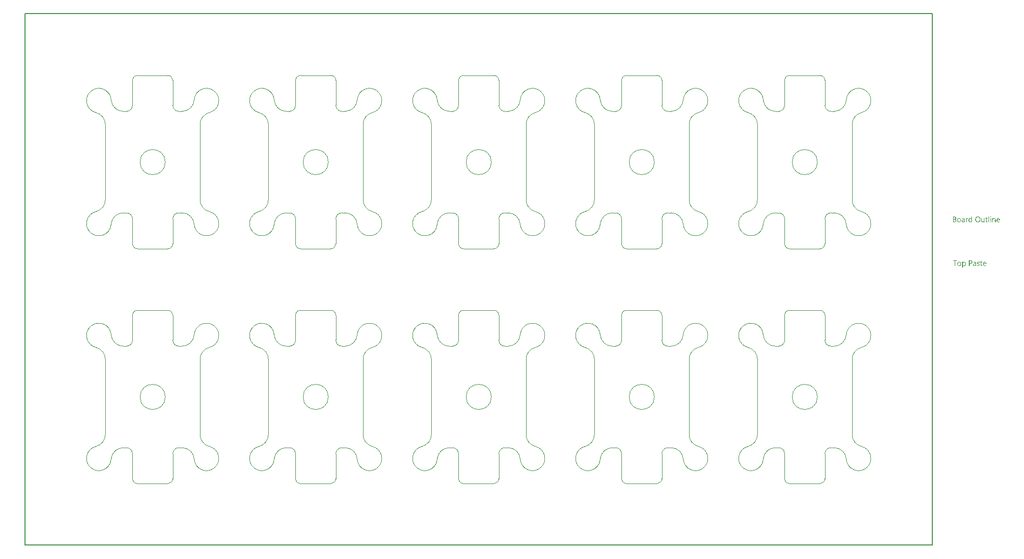
<source format=gtp>
G04*
G04 #@! TF.GenerationSoftware,Altium Limited,Altium Designer,21.8.1 (53)*
G04*
G04 Layer_Color=8421504*
%FSAX25Y25*%
%MOIN*%
G70*
G04*
G04 #@! TF.SameCoordinates,C38F2C0A-75D8-41A6-A347-4ED76E5A57E3*
G04*
G04*
G04 #@! TF.FilePolarity,Positive*
G04*
G01*
G75*
%ADD14C,0.00787*%
%ADD15C,0.00394*%
G36*
X0598422Y0190826D02*
X0598446D01*
X0598502Y0190802D01*
X0598533Y0190783D01*
X0598564Y0190758D01*
X0598570Y0190752D01*
X0598576Y0190746D01*
X0598607Y0190709D01*
X0598632Y0190647D01*
X0598638Y0190610D01*
X0598644Y0190573D01*
Y0190567D01*
Y0190554D01*
X0598638Y0190536D01*
X0598632Y0190511D01*
X0598614Y0190449D01*
X0598589Y0190418D01*
X0598564Y0190387D01*
X0598558D01*
X0598552Y0190375D01*
X0598515Y0190350D01*
X0598459Y0190325D01*
X0598422Y0190319D01*
X0598385Y0190313D01*
X0598366D01*
X0598347Y0190319D01*
X0598323D01*
X0598261Y0190344D01*
X0598230Y0190356D01*
X0598199Y0190381D01*
Y0190387D01*
X0598186Y0190393D01*
X0598174Y0190412D01*
X0598162Y0190430D01*
X0598137Y0190492D01*
X0598131Y0190529D01*
X0598125Y0190573D01*
Y0190579D01*
Y0190591D01*
X0598131Y0190610D01*
X0598137Y0190641D01*
X0598155Y0190697D01*
X0598174Y0190727D01*
X0598199Y0190758D01*
X0598205Y0190765D01*
X0598211Y0190771D01*
X0598248Y0190796D01*
X0598310Y0190820D01*
X0598347Y0190833D01*
X0598403D01*
X0598422Y0190826D01*
D02*
G37*
G36*
X0586432Y0187162D02*
X0586029D01*
Y0187583D01*
X0586017D01*
Y0187577D01*
X0586004Y0187564D01*
X0585986Y0187540D01*
X0585967Y0187509D01*
X0585936Y0187471D01*
X0585899Y0187434D01*
X0585856Y0187391D01*
X0585807Y0187348D01*
X0585751Y0187298D01*
X0585683Y0187255D01*
X0585615Y0187218D01*
X0585534Y0187181D01*
X0585454Y0187150D01*
X0585361Y0187125D01*
X0585262Y0187112D01*
X0585156Y0187106D01*
X0585113D01*
X0585076Y0187112D01*
X0585039Y0187119D01*
X0584989Y0187125D01*
X0584884Y0187150D01*
X0584760Y0187187D01*
X0584636Y0187249D01*
X0584569Y0187286D01*
X0584513Y0187329D01*
X0584451Y0187385D01*
X0584395Y0187441D01*
Y0187447D01*
X0584383Y0187459D01*
X0584370Y0187478D01*
X0584352Y0187503D01*
X0584333Y0187533D01*
X0584308Y0187577D01*
X0584284Y0187626D01*
X0584259Y0187682D01*
X0584228Y0187744D01*
X0584203Y0187812D01*
X0584178Y0187886D01*
X0584160Y0187967D01*
X0584141Y0188053D01*
X0584129Y0188152D01*
X0584123Y0188251D01*
X0584117Y0188357D01*
Y0188363D01*
Y0188381D01*
Y0188419D01*
X0584123Y0188462D01*
X0584129Y0188511D01*
X0584135Y0188573D01*
X0584141Y0188641D01*
X0584154Y0188716D01*
X0584191Y0188877D01*
X0584247Y0189044D01*
X0584284Y0189124D01*
X0584327Y0189205D01*
X0584370Y0189279D01*
X0584426Y0189353D01*
X0584432Y0189359D01*
X0584439Y0189372D01*
X0584457Y0189390D01*
X0584482Y0189415D01*
X0584513Y0189440D01*
X0584556Y0189471D01*
X0584599Y0189508D01*
X0584649Y0189545D01*
X0584773Y0189613D01*
X0584915Y0189675D01*
X0584996Y0189694D01*
X0585082Y0189712D01*
X0585169Y0189725D01*
X0585268Y0189731D01*
X0585318D01*
X0585355Y0189725D01*
X0585392Y0189718D01*
X0585441Y0189712D01*
X0585553Y0189681D01*
X0585676Y0189632D01*
X0585738Y0189601D01*
X0585800Y0189558D01*
X0585862Y0189514D01*
X0585918Y0189459D01*
X0585967Y0189397D01*
X0586017Y0189322D01*
X0586029D01*
Y0190882D01*
X0586432D01*
Y0187162D01*
D02*
G37*
G36*
X0600700Y0189725D02*
X0600774Y0189718D01*
X0600867Y0189700D01*
X0600966Y0189669D01*
X0601071Y0189620D01*
X0601176Y0189551D01*
X0601220Y0189514D01*
X0601263Y0189465D01*
X0601275Y0189452D01*
X0601300Y0189415D01*
X0601331Y0189353D01*
X0601374Y0189267D01*
X0601411Y0189161D01*
X0601449Y0189031D01*
X0601473Y0188877D01*
X0601479Y0188697D01*
Y0187162D01*
X0601077D01*
Y0188592D01*
Y0188598D01*
Y0188629D01*
X0601071Y0188666D01*
Y0188716D01*
X0601059Y0188778D01*
X0601046Y0188846D01*
X0601028Y0188920D01*
X0601003Y0188994D01*
X0600972Y0189068D01*
X0600935Y0189137D01*
X0600885Y0189205D01*
X0600830Y0189267D01*
X0600768Y0189316D01*
X0600687Y0189353D01*
X0600601Y0189384D01*
X0600495Y0189390D01*
X0600483D01*
X0600446Y0189384D01*
X0600390Y0189378D01*
X0600322Y0189359D01*
X0600242Y0189335D01*
X0600155Y0189291D01*
X0600074Y0189236D01*
X0599994Y0189161D01*
X0599988Y0189149D01*
X0599963Y0189124D01*
X0599932Y0189075D01*
X0599895Y0189007D01*
X0599858Y0188926D01*
X0599827Y0188827D01*
X0599802Y0188716D01*
X0599796Y0188592D01*
Y0187162D01*
X0599394D01*
Y0189675D01*
X0599796D01*
Y0189254D01*
X0599808D01*
X0599814Y0189260D01*
X0599821Y0189273D01*
X0599839Y0189298D01*
X0599864Y0189329D01*
X0599889Y0189366D01*
X0599926Y0189403D01*
X0599969Y0189446D01*
X0600019Y0189496D01*
X0600074Y0189539D01*
X0600136Y0189582D01*
X0600204Y0189620D01*
X0600279Y0189657D01*
X0600353Y0189688D01*
X0600440Y0189712D01*
X0600532Y0189725D01*
X0600632Y0189731D01*
X0600669D01*
X0600700Y0189725D01*
D02*
G37*
G36*
X0583702Y0189712D02*
X0583776Y0189706D01*
X0583819Y0189694D01*
X0583850Y0189681D01*
Y0189267D01*
X0583844Y0189273D01*
X0583832Y0189279D01*
X0583807Y0189291D01*
X0583776Y0189310D01*
X0583733Y0189322D01*
X0583677Y0189335D01*
X0583615Y0189341D01*
X0583547Y0189347D01*
X0583535D01*
X0583504Y0189341D01*
X0583454Y0189335D01*
X0583398Y0189316D01*
X0583324Y0189285D01*
X0583256Y0189242D01*
X0583182Y0189180D01*
X0583114Y0189100D01*
X0583108Y0189087D01*
X0583089Y0189056D01*
X0583058Y0189000D01*
X0583027Y0188926D01*
X0582996Y0188833D01*
X0582965Y0188716D01*
X0582947Y0188586D01*
X0582940Y0188437D01*
Y0187162D01*
X0582538D01*
Y0189675D01*
X0582940D01*
Y0189155D01*
X0582953D01*
Y0189161D01*
X0582959Y0189168D01*
X0582971Y0189199D01*
X0582990Y0189248D01*
X0583021Y0189310D01*
X0583052Y0189372D01*
X0583101Y0189440D01*
X0583151Y0189508D01*
X0583213Y0189570D01*
X0583219Y0189576D01*
X0583244Y0189595D01*
X0583281Y0189620D01*
X0583330Y0189644D01*
X0583386Y0189669D01*
X0583454Y0189694D01*
X0583529Y0189712D01*
X0583609Y0189718D01*
X0583665D01*
X0583702Y0189712D01*
D02*
G37*
G36*
X0594442Y0187162D02*
X0594039D01*
Y0187558D01*
X0594027D01*
Y0187552D01*
X0594014Y0187540D01*
X0594002Y0187515D01*
X0593977Y0187490D01*
X0593922Y0187416D01*
X0593835Y0187335D01*
X0593785Y0187292D01*
X0593730Y0187249D01*
X0593668Y0187212D01*
X0593594Y0187174D01*
X0593519Y0187150D01*
X0593439Y0187125D01*
X0593346Y0187112D01*
X0593253Y0187106D01*
X0593216D01*
X0593173Y0187112D01*
X0593111Y0187125D01*
X0593043Y0187137D01*
X0592968Y0187162D01*
X0592888Y0187193D01*
X0592807Y0187242D01*
X0592721Y0187298D01*
X0592640Y0187366D01*
X0592566Y0187453D01*
X0592498Y0187558D01*
X0592436Y0187676D01*
X0592393Y0187818D01*
X0592368Y0187985D01*
X0592355Y0188072D01*
Y0188171D01*
Y0189675D01*
X0592752D01*
Y0188233D01*
Y0188227D01*
Y0188202D01*
X0592758Y0188159D01*
X0592764Y0188109D01*
X0592770Y0188047D01*
X0592783Y0187985D01*
X0592801Y0187911D01*
X0592826Y0187837D01*
X0592863Y0187762D01*
X0592900Y0187694D01*
X0592950Y0187626D01*
X0593012Y0187564D01*
X0593080Y0187515D01*
X0593160Y0187478D01*
X0593259Y0187447D01*
X0593364Y0187441D01*
X0593377D01*
X0593414Y0187447D01*
X0593470Y0187453D01*
X0593532Y0187465D01*
X0593612Y0187496D01*
X0593692Y0187533D01*
X0593773Y0187583D01*
X0593847Y0187657D01*
X0593854Y0187670D01*
X0593878Y0187694D01*
X0593909Y0187744D01*
X0593946Y0187812D01*
X0593977Y0187892D01*
X0594008Y0187991D01*
X0594033Y0188103D01*
X0594039Y0188227D01*
Y0189675D01*
X0594442D01*
Y0187162D01*
D02*
G37*
G36*
X0598576D02*
X0598174D01*
Y0189675D01*
X0598576D01*
Y0187162D01*
D02*
G37*
G36*
X0597357D02*
X0596955D01*
Y0190882D01*
X0597357D01*
Y0187162D01*
D02*
G37*
G36*
X0580978Y0189725D02*
X0581034Y0189718D01*
X0581102Y0189700D01*
X0581176Y0189681D01*
X0581257Y0189650D01*
X0581344Y0189613D01*
X0581424Y0189564D01*
X0581504Y0189502D01*
X0581579Y0189428D01*
X0581647Y0189335D01*
X0581703Y0189230D01*
X0581746Y0189106D01*
X0581771Y0188963D01*
X0581783Y0188796D01*
Y0187162D01*
X0581381D01*
Y0187552D01*
X0581368D01*
Y0187546D01*
X0581356Y0187533D01*
X0581344Y0187509D01*
X0581319Y0187484D01*
X0581257Y0187410D01*
X0581176Y0187329D01*
X0581065Y0187249D01*
X0580935Y0187174D01*
X0580855Y0187150D01*
X0580774Y0187125D01*
X0580687Y0187112D01*
X0580594Y0187106D01*
X0580557D01*
X0580533Y0187112D01*
X0580465Y0187119D01*
X0580384Y0187131D01*
X0580285Y0187156D01*
X0580192Y0187187D01*
X0580093Y0187236D01*
X0580006Y0187298D01*
X0580000Y0187311D01*
X0579976Y0187335D01*
X0579938Y0187379D01*
X0579901Y0187441D01*
X0579864Y0187515D01*
X0579827Y0187601D01*
X0579802Y0187707D01*
X0579796Y0187824D01*
Y0187830D01*
Y0187855D01*
X0579802Y0187892D01*
X0579808Y0187936D01*
X0579821Y0187991D01*
X0579839Y0188053D01*
X0579864Y0188121D01*
X0579901Y0188190D01*
X0579945Y0188264D01*
X0580000Y0188338D01*
X0580068Y0188406D01*
X0580149Y0188468D01*
X0580242Y0188530D01*
X0580353Y0188579D01*
X0580477Y0188617D01*
X0580625Y0188648D01*
X0581381Y0188753D01*
Y0188759D01*
Y0188778D01*
X0581374Y0188815D01*
Y0188852D01*
X0581362Y0188901D01*
X0581356Y0188957D01*
X0581319Y0189075D01*
X0581288Y0189130D01*
X0581257Y0189186D01*
X0581214Y0189242D01*
X0581164Y0189291D01*
X0581102Y0189335D01*
X0581034Y0189366D01*
X0580954Y0189384D01*
X0580861Y0189390D01*
X0580817D01*
X0580786Y0189384D01*
X0580743D01*
X0580700Y0189372D01*
X0580588Y0189353D01*
X0580465Y0189316D01*
X0580328Y0189260D01*
X0580254Y0189223D01*
X0580186Y0189186D01*
X0580112Y0189137D01*
X0580044Y0189081D01*
Y0189496D01*
X0580050D01*
X0580062Y0189508D01*
X0580081Y0189520D01*
X0580112Y0189533D01*
X0580143Y0189551D01*
X0580186Y0189570D01*
X0580235Y0189588D01*
X0580291Y0189613D01*
X0580415Y0189657D01*
X0580563Y0189694D01*
X0580724Y0189718D01*
X0580898Y0189731D01*
X0580935D01*
X0580978Y0189725D01*
D02*
G37*
G36*
X0575290Y0190672D02*
X0575333D01*
X0575376Y0190666D01*
X0575475Y0190653D01*
X0575593Y0190622D01*
X0575717Y0190585D01*
X0575834Y0190529D01*
X0575940Y0190455D01*
X0575946D01*
X0575952Y0190443D01*
X0575983Y0190418D01*
X0576026Y0190368D01*
X0576076Y0190300D01*
X0576119Y0190214D01*
X0576162Y0190115D01*
X0576193Y0190003D01*
X0576206Y0189941D01*
Y0189873D01*
Y0189867D01*
Y0189861D01*
Y0189824D01*
X0576200Y0189768D01*
X0576187Y0189700D01*
X0576169Y0189613D01*
X0576138Y0189527D01*
X0576100Y0189440D01*
X0576045Y0189353D01*
X0576039Y0189341D01*
X0576014Y0189316D01*
X0575977Y0189279D01*
X0575927Y0189230D01*
X0575865Y0189180D01*
X0575791Y0189124D01*
X0575698Y0189081D01*
X0575599Y0189038D01*
Y0189031D01*
X0575618D01*
X0575636Y0189025D01*
X0575655Y0189019D01*
X0575723Y0189007D01*
X0575803Y0188982D01*
X0575890Y0188945D01*
X0575983Y0188901D01*
X0576076Y0188839D01*
X0576162Y0188759D01*
X0576175Y0188747D01*
X0576200Y0188716D01*
X0576230Y0188672D01*
X0576274Y0188604D01*
X0576311Y0188518D01*
X0576348Y0188419D01*
X0576373Y0188301D01*
X0576379Y0188171D01*
Y0188165D01*
Y0188152D01*
Y0188128D01*
X0576373Y0188097D01*
X0576367Y0188060D01*
X0576361Y0188016D01*
X0576336Y0187911D01*
X0576299Y0187793D01*
X0576243Y0187670D01*
X0576206Y0187614D01*
X0576162Y0187552D01*
X0576107Y0187496D01*
X0576051Y0187441D01*
X0576045D01*
X0576039Y0187428D01*
X0576020Y0187416D01*
X0575995Y0187397D01*
X0575964Y0187379D01*
X0575921Y0187354D01*
X0575828Y0187304D01*
X0575711Y0187249D01*
X0575574Y0187205D01*
X0575414Y0187174D01*
X0575333Y0187168D01*
X0575240Y0187162D01*
X0574213D01*
Y0190678D01*
X0575259D01*
X0575290Y0190672D01*
D02*
G37*
G36*
X0595785Y0189675D02*
X0596422D01*
Y0189329D01*
X0595785D01*
Y0187911D01*
Y0187899D01*
Y0187868D01*
X0595791Y0187824D01*
X0595797Y0187769D01*
X0595822Y0187651D01*
X0595840Y0187595D01*
X0595871Y0187552D01*
X0595878Y0187546D01*
X0595890Y0187533D01*
X0595908Y0187521D01*
X0595939Y0187503D01*
X0595977Y0187478D01*
X0596026Y0187465D01*
X0596088Y0187453D01*
X0596156Y0187447D01*
X0596181D01*
X0596212Y0187453D01*
X0596249Y0187459D01*
X0596336Y0187484D01*
X0596379Y0187503D01*
X0596422Y0187527D01*
Y0187181D01*
X0596416D01*
X0596397Y0187168D01*
X0596367Y0187162D01*
X0596323Y0187150D01*
X0596268Y0187137D01*
X0596206Y0187125D01*
X0596131Y0187119D01*
X0596045Y0187112D01*
X0596014D01*
X0595983Y0187119D01*
X0595939Y0187125D01*
X0595890Y0187137D01*
X0595834Y0187150D01*
X0595779Y0187174D01*
X0595717Y0187205D01*
X0595655Y0187242D01*
X0595593Y0187292D01*
X0595537Y0187348D01*
X0595488Y0187422D01*
X0595444Y0187503D01*
X0595413Y0187601D01*
X0595389Y0187713D01*
X0595382Y0187843D01*
Y0189329D01*
X0594955D01*
Y0189675D01*
X0595382D01*
Y0190288D01*
X0595785Y0190418D01*
Y0189675D01*
D02*
G37*
G36*
X0603312Y0189725D02*
X0603355Y0189718D01*
X0603398Y0189712D01*
X0603510Y0189694D01*
X0603634Y0189650D01*
X0603757Y0189595D01*
X0603819Y0189558D01*
X0603881Y0189514D01*
X0603937Y0189465D01*
X0603993Y0189409D01*
X0603999Y0189403D01*
X0604005Y0189397D01*
X0604017Y0189378D01*
X0604036Y0189353D01*
X0604055Y0189316D01*
X0604079Y0189279D01*
X0604104Y0189236D01*
X0604129Y0189180D01*
X0604154Y0189118D01*
X0604178Y0189056D01*
X0604203Y0188982D01*
X0604222Y0188901D01*
X0604240Y0188815D01*
X0604253Y0188728D01*
X0604265Y0188629D01*
Y0188524D01*
Y0188313D01*
X0602489D01*
Y0188307D01*
Y0188295D01*
Y0188276D01*
X0602495Y0188245D01*
X0602501Y0188208D01*
Y0188171D01*
X0602520Y0188072D01*
X0602550Y0187973D01*
X0602588Y0187862D01*
X0602643Y0187756D01*
X0602711Y0187663D01*
X0602724Y0187651D01*
X0602748Y0187626D01*
X0602798Y0187595D01*
X0602866Y0187552D01*
X0602953Y0187509D01*
X0603052Y0187478D01*
X0603169Y0187453D01*
X0603306Y0187441D01*
X0603349D01*
X0603380Y0187447D01*
X0603417D01*
X0603460Y0187453D01*
X0603566Y0187478D01*
X0603683Y0187509D01*
X0603813Y0187558D01*
X0603949Y0187626D01*
X0604017Y0187670D01*
X0604085Y0187719D01*
Y0187341D01*
X0604079D01*
X0604073Y0187329D01*
X0604055Y0187323D01*
X0604024Y0187304D01*
X0603993Y0187286D01*
X0603956Y0187267D01*
X0603906Y0187249D01*
X0603857Y0187224D01*
X0603795Y0187199D01*
X0603726Y0187181D01*
X0603578Y0187144D01*
X0603405Y0187119D01*
X0603213Y0187106D01*
X0603163D01*
X0603126Y0187112D01*
X0603083Y0187119D01*
X0603027Y0187125D01*
X0602909Y0187150D01*
X0602773Y0187187D01*
X0602637Y0187249D01*
X0602569Y0187292D01*
X0602501Y0187335D01*
X0602439Y0187385D01*
X0602377Y0187447D01*
X0602371Y0187453D01*
X0602365Y0187465D01*
X0602352Y0187484D01*
X0602328Y0187509D01*
X0602309Y0187546D01*
X0602284Y0187589D01*
X0602253Y0187639D01*
X0602228Y0187694D01*
X0602198Y0187756D01*
X0602173Y0187830D01*
X0602142Y0187911D01*
X0602123Y0187998D01*
X0602105Y0188091D01*
X0602086Y0188190D01*
X0602080Y0188295D01*
X0602074Y0188406D01*
Y0188412D01*
Y0188431D01*
Y0188462D01*
X0602080Y0188505D01*
X0602086Y0188555D01*
X0602092Y0188610D01*
X0602099Y0188679D01*
X0602117Y0188747D01*
X0602154Y0188895D01*
X0602210Y0189056D01*
X0602247Y0189137D01*
X0602297Y0189211D01*
X0602346Y0189291D01*
X0602402Y0189359D01*
X0602408Y0189366D01*
X0602420Y0189378D01*
X0602439Y0189397D01*
X0602464Y0189415D01*
X0602495Y0189446D01*
X0602532Y0189477D01*
X0602581Y0189508D01*
X0602631Y0189545D01*
X0602748Y0189613D01*
X0602891Y0189675D01*
X0602971Y0189694D01*
X0603052Y0189712D01*
X0603138Y0189725D01*
X0603231Y0189731D01*
X0603281D01*
X0603312Y0189725D01*
D02*
G37*
G36*
X0590269Y0190734D02*
X0590331Y0190727D01*
X0590406Y0190715D01*
X0590486Y0190697D01*
X0590573Y0190678D01*
X0590659Y0190653D01*
X0590759Y0190622D01*
X0590851Y0190579D01*
X0590950Y0190529D01*
X0591049Y0190474D01*
X0591142Y0190406D01*
X0591235Y0190331D01*
X0591322Y0190245D01*
X0591328Y0190238D01*
X0591340Y0190220D01*
X0591365Y0190195D01*
X0591390Y0190158D01*
X0591427Y0190109D01*
X0591464Y0190047D01*
X0591501Y0189979D01*
X0591545Y0189904D01*
X0591588Y0189811D01*
X0591625Y0189718D01*
X0591662Y0189613D01*
X0591699Y0189496D01*
X0591724Y0189378D01*
X0591749Y0189248D01*
X0591761Y0189106D01*
X0591767Y0188963D01*
Y0188951D01*
Y0188926D01*
Y0188883D01*
X0591761Y0188821D01*
X0591755Y0188747D01*
X0591743Y0188666D01*
X0591730Y0188573D01*
X0591712Y0188468D01*
X0591687Y0188363D01*
X0591656Y0188251D01*
X0591619Y0188140D01*
X0591575Y0188029D01*
X0591520Y0187911D01*
X0591458Y0187806D01*
X0591390Y0187700D01*
X0591309Y0187601D01*
X0591303Y0187595D01*
X0591291Y0187583D01*
X0591260Y0187558D01*
X0591229Y0187527D01*
X0591179Y0187484D01*
X0591124Y0187447D01*
X0591062Y0187397D01*
X0590987Y0187354D01*
X0590907Y0187311D01*
X0590814Y0187261D01*
X0590715Y0187224D01*
X0590604Y0187187D01*
X0590486Y0187150D01*
X0590362Y0187125D01*
X0590232Y0187112D01*
X0590090Y0187106D01*
X0590059D01*
X0590016Y0187112D01*
X0589966D01*
X0589904Y0187119D01*
X0589830Y0187131D01*
X0589749Y0187150D01*
X0589657Y0187168D01*
X0589564Y0187193D01*
X0589465Y0187224D01*
X0589366Y0187267D01*
X0589267Y0187311D01*
X0589168Y0187366D01*
X0589069Y0187434D01*
X0588976Y0187509D01*
X0588889Y0187595D01*
X0588883Y0187601D01*
X0588870Y0187620D01*
X0588846Y0187645D01*
X0588821Y0187682D01*
X0588784Y0187732D01*
X0588747Y0187793D01*
X0588710Y0187862D01*
X0588666Y0187942D01*
X0588623Y0188029D01*
X0588586Y0188121D01*
X0588549Y0188227D01*
X0588512Y0188344D01*
X0588487Y0188462D01*
X0588462Y0188592D01*
X0588450Y0188734D01*
X0588443Y0188877D01*
Y0188889D01*
Y0188914D01*
X0588450Y0188957D01*
Y0189019D01*
X0588456Y0189087D01*
X0588468Y0189174D01*
X0588481Y0189267D01*
X0588499Y0189366D01*
X0588524Y0189471D01*
X0588555Y0189582D01*
X0588592Y0189694D01*
X0588635Y0189805D01*
X0588691Y0189917D01*
X0588753Y0190028D01*
X0588821Y0190133D01*
X0588902Y0190232D01*
X0588908Y0190238D01*
X0588920Y0190257D01*
X0588951Y0190282D01*
X0588988Y0190313D01*
X0589032Y0190350D01*
X0589087Y0190393D01*
X0589155Y0190436D01*
X0589229Y0190486D01*
X0589316Y0190536D01*
X0589409Y0190579D01*
X0589508Y0190622D01*
X0589619Y0190659D01*
X0589743Y0190690D01*
X0589873Y0190721D01*
X0590009Y0190734D01*
X0590152Y0190740D01*
X0590220D01*
X0590269Y0190734D01*
D02*
G37*
G36*
X0578242Y0189725D02*
X0578286Y0189718D01*
X0578341Y0189712D01*
X0578465Y0189688D01*
X0578608Y0189644D01*
X0578750Y0189582D01*
X0578824Y0189545D01*
X0578892Y0189502D01*
X0578960Y0189446D01*
X0579022Y0189384D01*
X0579028Y0189378D01*
X0579035Y0189366D01*
X0579053Y0189347D01*
X0579072Y0189322D01*
X0579097Y0189285D01*
X0579121Y0189242D01*
X0579152Y0189192D01*
X0579183Y0189137D01*
X0579208Y0189068D01*
X0579239Y0189000D01*
X0579264Y0188920D01*
X0579288Y0188833D01*
X0579307Y0188741D01*
X0579325Y0188641D01*
X0579332Y0188536D01*
X0579338Y0188425D01*
Y0188419D01*
Y0188400D01*
Y0188369D01*
X0579332Y0188326D01*
X0579325Y0188276D01*
X0579319Y0188214D01*
X0579307Y0188152D01*
X0579295Y0188078D01*
X0579257Y0187930D01*
X0579195Y0187769D01*
X0579158Y0187688D01*
X0579109Y0187608D01*
X0579059Y0187533D01*
X0578998Y0187465D01*
X0578991Y0187459D01*
X0578979Y0187453D01*
X0578960Y0187434D01*
X0578936Y0187410D01*
X0578898Y0187385D01*
X0578861Y0187354D01*
X0578812Y0187317D01*
X0578756Y0187286D01*
X0578694Y0187255D01*
X0578626Y0187218D01*
X0578552Y0187187D01*
X0578471Y0187162D01*
X0578385Y0187137D01*
X0578292Y0187125D01*
X0578193Y0187112D01*
X0578088Y0187106D01*
X0578032D01*
X0577995Y0187112D01*
X0577951Y0187119D01*
X0577896Y0187125D01*
X0577834Y0187137D01*
X0577766Y0187150D01*
X0577623Y0187193D01*
X0577475Y0187255D01*
X0577400Y0187292D01*
X0577332Y0187341D01*
X0577264Y0187391D01*
X0577196Y0187453D01*
X0577190Y0187459D01*
X0577184Y0187471D01*
X0577165Y0187490D01*
X0577147Y0187515D01*
X0577122Y0187552D01*
X0577091Y0187595D01*
X0577060Y0187645D01*
X0577035Y0187700D01*
X0577004Y0187769D01*
X0576973Y0187837D01*
X0576942Y0187911D01*
X0576918Y0187998D01*
X0576881Y0188183D01*
X0576874Y0188282D01*
X0576868Y0188388D01*
Y0188394D01*
Y0188419D01*
Y0188450D01*
X0576874Y0188493D01*
X0576881Y0188542D01*
X0576887Y0188604D01*
X0576899Y0188672D01*
X0576911Y0188747D01*
X0576949Y0188908D01*
X0577010Y0189068D01*
X0577054Y0189149D01*
X0577097Y0189230D01*
X0577147Y0189304D01*
X0577209Y0189372D01*
X0577215Y0189378D01*
X0577227Y0189390D01*
X0577246Y0189403D01*
X0577270Y0189428D01*
X0577308Y0189452D01*
X0577351Y0189483D01*
X0577400Y0189520D01*
X0577456Y0189551D01*
X0577518Y0189582D01*
X0577592Y0189620D01*
X0577667Y0189650D01*
X0577753Y0189675D01*
X0577840Y0189700D01*
X0577939Y0189718D01*
X0578044Y0189725D01*
X0578149Y0189731D01*
X0578205D01*
X0578242Y0189725D01*
D02*
G37*
G36*
X0581455Y0161686D02*
X0581498Y0161680D01*
X0581542Y0161674D01*
X0581653Y0161649D01*
X0581777Y0161612D01*
X0581901Y0161550D01*
X0581962Y0161513D01*
X0582024Y0161464D01*
X0582080Y0161414D01*
X0582136Y0161352D01*
X0582142Y0161346D01*
X0582148Y0161340D01*
X0582161Y0161315D01*
X0582179Y0161290D01*
X0582198Y0161259D01*
X0582223Y0161216D01*
X0582247Y0161167D01*
X0582272Y0161117D01*
X0582297Y0161055D01*
X0582322Y0160987D01*
X0582346Y0160913D01*
X0582365Y0160832D01*
X0582396Y0160653D01*
X0582408Y0160554D01*
Y0160449D01*
Y0160442D01*
Y0160424D01*
Y0160387D01*
X0582402Y0160343D01*
Y0160294D01*
X0582390Y0160232D01*
X0582383Y0160164D01*
X0582371Y0160089D01*
X0582334Y0159929D01*
X0582278Y0159761D01*
X0582241Y0159681D01*
X0582204Y0159600D01*
X0582154Y0159520D01*
X0582099Y0159446D01*
X0582093Y0159440D01*
X0582086Y0159427D01*
X0582068Y0159408D01*
X0582043Y0159390D01*
X0582012Y0159359D01*
X0581975Y0159328D01*
X0581931Y0159291D01*
X0581882Y0159260D01*
X0581826Y0159223D01*
X0581764Y0159186D01*
X0581616Y0159130D01*
X0581535Y0159105D01*
X0581455Y0159087D01*
X0581362Y0159074D01*
X0581263Y0159068D01*
X0581214D01*
X0581182Y0159074D01*
X0581139Y0159081D01*
X0581096Y0159093D01*
X0580984Y0159118D01*
X0580867Y0159167D01*
X0580799Y0159204D01*
X0580737Y0159241D01*
X0580675Y0159291D01*
X0580619Y0159347D01*
X0580557Y0159408D01*
X0580508Y0159483D01*
X0580495D01*
Y0157973D01*
X0580093D01*
Y0161637D01*
X0580495D01*
Y0161191D01*
X0580508D01*
X0580514Y0161197D01*
X0580520Y0161216D01*
X0580539Y0161241D01*
X0580563Y0161272D01*
X0580594Y0161309D01*
X0580632Y0161352D01*
X0580675Y0161396D01*
X0580731Y0161445D01*
X0580786Y0161488D01*
X0580848Y0161532D01*
X0580923Y0161575D01*
X0580997Y0161612D01*
X0581083Y0161649D01*
X0581176Y0161674D01*
X0581269Y0161686D01*
X0581374Y0161693D01*
X0581424D01*
X0581455Y0161686D01*
D02*
G37*
G36*
X0590728D02*
X0590808Y0161680D01*
X0590895Y0161668D01*
X0590994Y0161643D01*
X0591093Y0161618D01*
X0591192Y0161581D01*
Y0161173D01*
X0591179Y0161179D01*
X0591142Y0161204D01*
X0591086Y0161228D01*
X0591012Y0161266D01*
X0590919Y0161296D01*
X0590808Y0161327D01*
X0590684Y0161346D01*
X0590554Y0161352D01*
X0590486D01*
X0590424Y0161340D01*
X0590350Y0161327D01*
X0590344D01*
X0590338Y0161321D01*
X0590300Y0161309D01*
X0590251Y0161284D01*
X0590195Y0161253D01*
X0590183Y0161247D01*
X0590158Y0161222D01*
X0590127Y0161185D01*
X0590096Y0161142D01*
X0590090Y0161129D01*
X0590078Y0161098D01*
X0590065Y0161055D01*
X0590059Y0160999D01*
Y0160993D01*
Y0160981D01*
Y0160962D01*
X0590065Y0160944D01*
X0590078Y0160888D01*
X0590096Y0160832D01*
X0590102Y0160820D01*
X0590121Y0160795D01*
X0590158Y0160758D01*
X0590201Y0160715D01*
X0590207D01*
X0590214Y0160708D01*
X0590251Y0160684D01*
X0590300Y0160653D01*
X0590369Y0160622D01*
X0590375D01*
X0590387Y0160616D01*
X0590406Y0160609D01*
X0590437Y0160597D01*
X0590505Y0160572D01*
X0590591Y0160535D01*
X0590597D01*
X0590622Y0160523D01*
X0590653Y0160510D01*
X0590690Y0160498D01*
X0590789Y0160455D01*
X0590889Y0160405D01*
X0590895D01*
X0590913Y0160393D01*
X0590938Y0160380D01*
X0590969Y0160362D01*
X0591043Y0160312D01*
X0591117Y0160250D01*
X0591124Y0160244D01*
X0591136Y0160238D01*
X0591148Y0160219D01*
X0591173Y0160195D01*
X0591217Y0160133D01*
X0591260Y0160052D01*
Y0160046D01*
X0591266Y0160034D01*
X0591278Y0160009D01*
X0591285Y0159978D01*
X0591297Y0159941D01*
X0591303Y0159897D01*
X0591309Y0159792D01*
Y0159786D01*
Y0159761D01*
X0591303Y0159724D01*
X0591297Y0159681D01*
X0591291Y0159631D01*
X0591272Y0159576D01*
X0591254Y0159526D01*
X0591223Y0159470D01*
X0591217Y0159464D01*
X0591210Y0159446D01*
X0591192Y0159421D01*
X0591167Y0159390D01*
X0591136Y0159353D01*
X0591099Y0159316D01*
X0591006Y0159241D01*
X0591000Y0159235D01*
X0590981Y0159229D01*
X0590956Y0159210D01*
X0590913Y0159192D01*
X0590870Y0159167D01*
X0590814Y0159149D01*
X0590759Y0159130D01*
X0590690Y0159111D01*
X0590684D01*
X0590659Y0159105D01*
X0590622Y0159099D01*
X0590579Y0159093D01*
X0590517Y0159081D01*
X0590455Y0159074D01*
X0590313Y0159068D01*
X0590251D01*
X0590177Y0159074D01*
X0590084Y0159087D01*
X0589979Y0159105D01*
X0589867Y0159130D01*
X0589756Y0159161D01*
X0589644Y0159210D01*
Y0159644D01*
X0589650D01*
X0589657Y0159631D01*
X0589675Y0159619D01*
X0589700Y0159607D01*
X0589768Y0159570D01*
X0589861Y0159526D01*
X0589966Y0159477D01*
X0590090Y0159440D01*
X0590226Y0159415D01*
X0590369Y0159402D01*
X0590418D01*
X0590449Y0159408D01*
X0590536Y0159421D01*
X0590635Y0159446D01*
X0590728Y0159489D01*
X0590771Y0159520D01*
X0590814Y0159551D01*
X0590845Y0159594D01*
X0590870Y0159638D01*
X0590889Y0159693D01*
X0590895Y0159755D01*
Y0159761D01*
Y0159774D01*
Y0159792D01*
X0590889Y0159811D01*
X0590876Y0159867D01*
X0590851Y0159922D01*
Y0159929D01*
X0590845Y0159935D01*
X0590820Y0159966D01*
X0590783Y0160009D01*
X0590728Y0160046D01*
X0590721D01*
X0590715Y0160058D01*
X0590678Y0160077D01*
X0590622Y0160114D01*
X0590548Y0160145D01*
X0590542D01*
X0590529Y0160151D01*
X0590511Y0160164D01*
X0590480Y0160176D01*
X0590412Y0160201D01*
X0590325Y0160238D01*
X0590319D01*
X0590294Y0160250D01*
X0590263Y0160263D01*
X0590226Y0160275D01*
X0590127Y0160319D01*
X0590028Y0160368D01*
X0590022Y0160374D01*
X0590009Y0160380D01*
X0589985Y0160393D01*
X0589954Y0160411D01*
X0589886Y0160461D01*
X0589818Y0160517D01*
X0589811Y0160523D01*
X0589805Y0160529D01*
X0589787Y0160547D01*
X0589768Y0160572D01*
X0589725Y0160634D01*
X0589688Y0160708D01*
Y0160715D01*
X0589681Y0160727D01*
X0589675Y0160752D01*
X0589669Y0160783D01*
X0589663Y0160820D01*
X0589657Y0160863D01*
X0589650Y0160968D01*
Y0160975D01*
Y0160999D01*
X0589657Y0161030D01*
X0589663Y0161074D01*
X0589669Y0161123D01*
X0589688Y0161173D01*
X0589706Y0161228D01*
X0589731Y0161278D01*
X0589737Y0161284D01*
X0589743Y0161303D01*
X0589762Y0161327D01*
X0589787Y0161358D01*
X0589855Y0161433D01*
X0589941Y0161507D01*
X0589948Y0161513D01*
X0589966Y0161519D01*
X0589991Y0161538D01*
X0590034Y0161556D01*
X0590078Y0161581D01*
X0590127Y0161606D01*
X0590251Y0161643D01*
X0590257D01*
X0590282Y0161649D01*
X0590313Y0161662D01*
X0590362Y0161668D01*
X0590412Y0161680D01*
X0590474Y0161686D01*
X0590610Y0161693D01*
X0590666D01*
X0590728Y0161686D01*
D02*
G37*
G36*
X0588233D02*
X0588289Y0161680D01*
X0588357Y0161662D01*
X0588431Y0161643D01*
X0588512Y0161612D01*
X0588598Y0161575D01*
X0588679Y0161525D01*
X0588759Y0161464D01*
X0588833Y0161389D01*
X0588902Y0161296D01*
X0588957Y0161191D01*
X0589001Y0161067D01*
X0589025Y0160925D01*
X0589038Y0160758D01*
Y0159124D01*
X0588635D01*
Y0159514D01*
X0588623D01*
Y0159508D01*
X0588611Y0159495D01*
X0588598Y0159470D01*
X0588573Y0159446D01*
X0588512Y0159371D01*
X0588431Y0159291D01*
X0588320Y0159210D01*
X0588190Y0159136D01*
X0588109Y0159111D01*
X0588029Y0159087D01*
X0587942Y0159074D01*
X0587849Y0159068D01*
X0587812D01*
X0587787Y0159074D01*
X0587719Y0159081D01*
X0587639Y0159093D01*
X0587540Y0159118D01*
X0587447Y0159149D01*
X0587348Y0159198D01*
X0587261Y0159260D01*
X0587255Y0159272D01*
X0587230Y0159297D01*
X0587193Y0159340D01*
X0587156Y0159402D01*
X0587119Y0159477D01*
X0587082Y0159563D01*
X0587057Y0159669D01*
X0587051Y0159786D01*
Y0159792D01*
Y0159817D01*
X0587057Y0159854D01*
X0587063Y0159897D01*
X0587075Y0159953D01*
X0587094Y0160015D01*
X0587119Y0160083D01*
X0587156Y0160151D01*
X0587199Y0160226D01*
X0587255Y0160300D01*
X0587323Y0160368D01*
X0587403Y0160430D01*
X0587496Y0160492D01*
X0587608Y0160541D01*
X0587732Y0160578D01*
X0587880Y0160609D01*
X0588635Y0160715D01*
Y0160721D01*
Y0160739D01*
X0588629Y0160776D01*
Y0160814D01*
X0588617Y0160863D01*
X0588611Y0160919D01*
X0588573Y0161037D01*
X0588542Y0161092D01*
X0588512Y0161148D01*
X0588468Y0161204D01*
X0588419Y0161253D01*
X0588357Y0161296D01*
X0588289Y0161327D01*
X0588208Y0161346D01*
X0588115Y0161352D01*
X0588072D01*
X0588041Y0161346D01*
X0587998D01*
X0587954Y0161334D01*
X0587843Y0161315D01*
X0587719Y0161278D01*
X0587583Y0161222D01*
X0587509Y0161185D01*
X0587441Y0161148D01*
X0587366Y0161098D01*
X0587298Y0161043D01*
Y0161457D01*
X0587304D01*
X0587317Y0161470D01*
X0587335Y0161482D01*
X0587366Y0161495D01*
X0587397Y0161513D01*
X0587441Y0161532D01*
X0587490Y0161550D01*
X0587546Y0161575D01*
X0587670Y0161618D01*
X0587818Y0161655D01*
X0587979Y0161680D01*
X0588153Y0161693D01*
X0588190D01*
X0588233Y0161686D01*
D02*
G37*
G36*
X0585534Y0162634D02*
X0585584D01*
X0585633Y0162627D01*
X0585763Y0162603D01*
X0585899Y0162572D01*
X0586048Y0162522D01*
X0586190Y0162454D01*
X0586252Y0162411D01*
X0586314Y0162361D01*
X0586320D01*
X0586326Y0162349D01*
X0586345Y0162330D01*
X0586364Y0162312D01*
X0586413Y0162250D01*
X0586475Y0162163D01*
X0586531Y0162052D01*
X0586580Y0161922D01*
X0586617Y0161767D01*
X0586623Y0161680D01*
X0586630Y0161587D01*
Y0161581D01*
Y0161563D01*
Y0161538D01*
X0586623Y0161507D01*
X0586617Y0161464D01*
X0586611Y0161414D01*
X0586586Y0161296D01*
X0586543Y0161167D01*
X0586481Y0161030D01*
X0586444Y0160962D01*
X0586401Y0160894D01*
X0586345Y0160826D01*
X0586283Y0160764D01*
X0586277Y0160758D01*
X0586265Y0160752D01*
X0586246Y0160733D01*
X0586221Y0160715D01*
X0586184Y0160690D01*
X0586141Y0160665D01*
X0586091Y0160634D01*
X0586035Y0160609D01*
X0585974Y0160578D01*
X0585906Y0160547D01*
X0585825Y0160523D01*
X0585745Y0160498D01*
X0585559Y0160461D01*
X0585460Y0160455D01*
X0585355Y0160449D01*
X0584890D01*
Y0159124D01*
X0584476D01*
Y0162640D01*
X0585497D01*
X0585534Y0162634D01*
D02*
G37*
G36*
X0576651Y0162268D02*
X0575636D01*
Y0159124D01*
X0575228D01*
Y0162268D01*
X0574213D01*
Y0162640D01*
X0576651D01*
Y0162268D01*
D02*
G37*
G36*
X0592461Y0161637D02*
X0593098D01*
Y0161290D01*
X0592461D01*
Y0159873D01*
Y0159860D01*
Y0159829D01*
X0592467Y0159786D01*
X0592473Y0159730D01*
X0592498Y0159613D01*
X0592516Y0159557D01*
X0592547Y0159514D01*
X0592554Y0159508D01*
X0592566Y0159495D01*
X0592585Y0159483D01*
X0592616Y0159464D01*
X0592653Y0159440D01*
X0592702Y0159427D01*
X0592764Y0159415D01*
X0592832Y0159408D01*
X0592857D01*
X0592888Y0159415D01*
X0592925Y0159421D01*
X0593012Y0159446D01*
X0593055Y0159464D01*
X0593098Y0159489D01*
Y0159142D01*
X0593092D01*
X0593074Y0159130D01*
X0593043Y0159124D01*
X0592999Y0159111D01*
X0592943Y0159099D01*
X0592882Y0159087D01*
X0592807Y0159081D01*
X0592721Y0159074D01*
X0592690D01*
X0592659Y0159081D01*
X0592616Y0159087D01*
X0592566Y0159099D01*
X0592510Y0159111D01*
X0592454Y0159136D01*
X0592393Y0159167D01*
X0592331Y0159204D01*
X0592269Y0159254D01*
X0592213Y0159309D01*
X0592164Y0159384D01*
X0592120Y0159464D01*
X0592089Y0159563D01*
X0592065Y0159675D01*
X0592058Y0159805D01*
Y0161290D01*
X0591631D01*
Y0161637D01*
X0592058D01*
Y0162250D01*
X0592461Y0162380D01*
Y0161637D01*
D02*
G37*
G36*
X0594701Y0161686D02*
X0594745Y0161680D01*
X0594788Y0161674D01*
X0594900Y0161655D01*
X0595023Y0161612D01*
X0595147Y0161556D01*
X0595209Y0161519D01*
X0595271Y0161476D01*
X0595327Y0161426D01*
X0595382Y0161371D01*
X0595389Y0161365D01*
X0595395Y0161358D01*
X0595407Y0161340D01*
X0595426Y0161315D01*
X0595444Y0161278D01*
X0595469Y0161241D01*
X0595494Y0161197D01*
X0595519Y0161142D01*
X0595543Y0161080D01*
X0595568Y0161018D01*
X0595593Y0160944D01*
X0595611Y0160863D01*
X0595630Y0160776D01*
X0595642Y0160690D01*
X0595655Y0160591D01*
Y0160486D01*
Y0160275D01*
X0593878D01*
Y0160269D01*
Y0160257D01*
Y0160238D01*
X0593884Y0160207D01*
X0593891Y0160170D01*
Y0160133D01*
X0593909Y0160034D01*
X0593940Y0159935D01*
X0593977Y0159823D01*
X0594033Y0159718D01*
X0594101Y0159625D01*
X0594113Y0159613D01*
X0594138Y0159588D01*
X0594188Y0159557D01*
X0594256Y0159514D01*
X0594343Y0159470D01*
X0594442Y0159440D01*
X0594559Y0159415D01*
X0594695Y0159402D01*
X0594739D01*
X0594770Y0159408D01*
X0594807D01*
X0594850Y0159415D01*
X0594955Y0159440D01*
X0595073Y0159470D01*
X0595203Y0159520D01*
X0595339Y0159588D01*
X0595407Y0159631D01*
X0595475Y0159681D01*
Y0159303D01*
X0595469D01*
X0595463Y0159291D01*
X0595444Y0159285D01*
X0595413Y0159266D01*
X0595382Y0159248D01*
X0595345Y0159229D01*
X0595296Y0159210D01*
X0595246Y0159186D01*
X0595184Y0159161D01*
X0595116Y0159142D01*
X0594968Y0159105D01*
X0594794Y0159081D01*
X0594602Y0159068D01*
X0594553D01*
X0594516Y0159074D01*
X0594473Y0159081D01*
X0594417Y0159087D01*
X0594299Y0159111D01*
X0594163Y0159149D01*
X0594027Y0159210D01*
X0593959Y0159254D01*
X0593891Y0159297D01*
X0593829Y0159347D01*
X0593767Y0159408D01*
X0593761Y0159415D01*
X0593754Y0159427D01*
X0593742Y0159446D01*
X0593717Y0159470D01*
X0593699Y0159508D01*
X0593674Y0159551D01*
X0593643Y0159600D01*
X0593618Y0159656D01*
X0593587Y0159718D01*
X0593563Y0159792D01*
X0593532Y0159873D01*
X0593513Y0159959D01*
X0593494Y0160052D01*
X0593476Y0160151D01*
X0593470Y0160257D01*
X0593464Y0160368D01*
Y0160374D01*
Y0160393D01*
Y0160424D01*
X0593470Y0160467D01*
X0593476Y0160517D01*
X0593482Y0160572D01*
X0593488Y0160640D01*
X0593507Y0160708D01*
X0593544Y0160857D01*
X0593600Y0161018D01*
X0593637Y0161098D01*
X0593686Y0161173D01*
X0593736Y0161253D01*
X0593792Y0161321D01*
X0593798Y0161327D01*
X0593810Y0161340D01*
X0593829Y0161358D01*
X0593854Y0161377D01*
X0593884Y0161408D01*
X0593922Y0161439D01*
X0593971Y0161470D01*
X0594021Y0161507D01*
X0594138Y0161575D01*
X0594281Y0161637D01*
X0594361Y0161655D01*
X0594442Y0161674D01*
X0594528Y0161686D01*
X0594621Y0161693D01*
X0594670D01*
X0594701Y0161686D01*
D02*
G37*
G36*
X0578354D02*
X0578397Y0161680D01*
X0578453Y0161674D01*
X0578577Y0161649D01*
X0578719Y0161606D01*
X0578861Y0161544D01*
X0578936Y0161507D01*
X0579004Y0161464D01*
X0579072Y0161408D01*
X0579134Y0161346D01*
X0579140Y0161340D01*
X0579146Y0161327D01*
X0579165Y0161309D01*
X0579183Y0161284D01*
X0579208Y0161247D01*
X0579233Y0161204D01*
X0579264Y0161154D01*
X0579295Y0161098D01*
X0579319Y0161030D01*
X0579350Y0160962D01*
X0579375Y0160882D01*
X0579400Y0160795D01*
X0579418Y0160702D01*
X0579437Y0160603D01*
X0579443Y0160498D01*
X0579449Y0160387D01*
Y0160380D01*
Y0160362D01*
Y0160331D01*
X0579443Y0160287D01*
X0579437Y0160238D01*
X0579431Y0160176D01*
X0579418Y0160114D01*
X0579406Y0160040D01*
X0579369Y0159891D01*
X0579307Y0159730D01*
X0579270Y0159650D01*
X0579220Y0159570D01*
X0579171Y0159495D01*
X0579109Y0159427D01*
X0579103Y0159421D01*
X0579090Y0159415D01*
X0579072Y0159396D01*
X0579047Y0159371D01*
X0579010Y0159347D01*
X0578973Y0159316D01*
X0578923Y0159279D01*
X0578867Y0159248D01*
X0578806Y0159217D01*
X0578737Y0159179D01*
X0578663Y0159149D01*
X0578583Y0159124D01*
X0578496Y0159099D01*
X0578403Y0159087D01*
X0578304Y0159074D01*
X0578199Y0159068D01*
X0578143D01*
X0578106Y0159074D01*
X0578063Y0159081D01*
X0578007Y0159087D01*
X0577945Y0159099D01*
X0577877Y0159111D01*
X0577735Y0159155D01*
X0577586Y0159217D01*
X0577512Y0159254D01*
X0577444Y0159303D01*
X0577376Y0159353D01*
X0577308Y0159415D01*
X0577301Y0159421D01*
X0577295Y0159433D01*
X0577277Y0159452D01*
X0577258Y0159477D01*
X0577233Y0159514D01*
X0577202Y0159557D01*
X0577171Y0159607D01*
X0577147Y0159662D01*
X0577116Y0159730D01*
X0577085Y0159799D01*
X0577054Y0159873D01*
X0577029Y0159959D01*
X0576992Y0160145D01*
X0576986Y0160244D01*
X0576979Y0160349D01*
Y0160356D01*
Y0160380D01*
Y0160411D01*
X0576986Y0160455D01*
X0576992Y0160504D01*
X0576998Y0160566D01*
X0577010Y0160634D01*
X0577023Y0160708D01*
X0577060Y0160869D01*
X0577122Y0161030D01*
X0577165Y0161111D01*
X0577209Y0161191D01*
X0577258Y0161266D01*
X0577320Y0161334D01*
X0577326Y0161340D01*
X0577339Y0161352D01*
X0577357Y0161365D01*
X0577382Y0161389D01*
X0577419Y0161414D01*
X0577462Y0161445D01*
X0577512Y0161482D01*
X0577568Y0161513D01*
X0577630Y0161544D01*
X0577704Y0161581D01*
X0577778Y0161612D01*
X0577865Y0161637D01*
X0577951Y0161662D01*
X0578050Y0161680D01*
X0578156Y0161686D01*
X0578261Y0161693D01*
X0578317D01*
X0578354Y0161686D01*
D02*
G37*
%LPC*%
G36*
X0585318Y0189390D02*
X0585280D01*
X0585256Y0189384D01*
X0585187Y0189378D01*
X0585107Y0189359D01*
X0585014Y0189322D01*
X0584915Y0189273D01*
X0584822Y0189211D01*
X0584779Y0189168D01*
X0584736Y0189118D01*
X0584729Y0189106D01*
X0584705Y0189068D01*
X0584667Y0189007D01*
X0584630Y0188926D01*
X0584593Y0188821D01*
X0584556Y0188691D01*
X0584531Y0188542D01*
X0584525Y0188375D01*
Y0188369D01*
Y0188357D01*
Y0188332D01*
X0584531Y0188301D01*
Y0188270D01*
X0584538Y0188227D01*
X0584550Y0188128D01*
X0584575Y0188016D01*
X0584612Y0187905D01*
X0584661Y0187793D01*
X0584729Y0187688D01*
X0584742Y0187676D01*
X0584766Y0187651D01*
X0584810Y0187608D01*
X0584872Y0187564D01*
X0584952Y0187521D01*
X0585045Y0187478D01*
X0585150Y0187453D01*
X0585274Y0187441D01*
X0585305D01*
X0585330Y0187447D01*
X0585392Y0187453D01*
X0585466Y0187471D01*
X0585553Y0187503D01*
X0585645Y0187540D01*
X0585732Y0187601D01*
X0585819Y0187682D01*
X0585825Y0187694D01*
X0585850Y0187725D01*
X0585887Y0187781D01*
X0585924Y0187849D01*
X0585961Y0187936D01*
X0585998Y0188041D01*
X0586023Y0188165D01*
X0586029Y0188295D01*
Y0188666D01*
Y0188672D01*
Y0188679D01*
Y0188716D01*
X0586017Y0188771D01*
X0586004Y0188846D01*
X0585980Y0188926D01*
X0585943Y0189013D01*
X0585893Y0189100D01*
X0585825Y0189180D01*
X0585819Y0189186D01*
X0585788Y0189211D01*
X0585745Y0189248D01*
X0585689Y0189285D01*
X0585615Y0189322D01*
X0585528Y0189359D01*
X0585429Y0189384D01*
X0585318Y0189390D01*
D02*
G37*
G36*
X0581381Y0188431D02*
X0580774Y0188344D01*
X0580762D01*
X0580731Y0188338D01*
X0580681Y0188326D01*
X0580619Y0188313D01*
X0580551Y0188295D01*
X0580477Y0188270D01*
X0580415Y0188245D01*
X0580353Y0188208D01*
X0580347Y0188202D01*
X0580328Y0188190D01*
X0580310Y0188165D01*
X0580285Y0188128D01*
X0580254Y0188078D01*
X0580235Y0188016D01*
X0580217Y0187942D01*
X0580211Y0187855D01*
Y0187849D01*
Y0187824D01*
X0580217Y0187793D01*
X0580229Y0187750D01*
X0580242Y0187700D01*
X0580266Y0187651D01*
X0580297Y0187601D01*
X0580341Y0187552D01*
X0580347Y0187546D01*
X0580365Y0187533D01*
X0580396Y0187515D01*
X0580434Y0187496D01*
X0580483Y0187478D01*
X0580545Y0187459D01*
X0580613Y0187447D01*
X0580693Y0187441D01*
X0580706D01*
X0580743Y0187447D01*
X0580799Y0187453D01*
X0580867Y0187465D01*
X0580941Y0187490D01*
X0581028Y0187527D01*
X0581108Y0187583D01*
X0581182Y0187651D01*
X0581189Y0187663D01*
X0581214Y0187688D01*
X0581244Y0187732D01*
X0581282Y0187793D01*
X0581319Y0187874D01*
X0581350Y0187961D01*
X0581374Y0188066D01*
X0581381Y0188177D01*
Y0188431D01*
D02*
G37*
G36*
X0575098Y0190306D02*
X0574627D01*
Y0189168D01*
X0575104D01*
X0575166Y0189174D01*
X0575240Y0189186D01*
X0575327Y0189205D01*
X0575420Y0189236D01*
X0575500Y0189273D01*
X0575581Y0189329D01*
X0575587Y0189335D01*
X0575611Y0189359D01*
X0575642Y0189397D01*
X0575680Y0189452D01*
X0575711Y0189514D01*
X0575741Y0189595D01*
X0575766Y0189688D01*
X0575772Y0189793D01*
Y0189799D01*
Y0189818D01*
X0575766Y0189842D01*
X0575760Y0189873D01*
X0575735Y0189954D01*
X0575717Y0190003D01*
X0575686Y0190053D01*
X0575655Y0190096D01*
X0575605Y0190146D01*
X0575556Y0190189D01*
X0575488Y0190226D01*
X0575414Y0190257D01*
X0575321Y0190282D01*
X0575215Y0190300D01*
X0575098Y0190306D01*
D02*
G37*
G36*
Y0188796D02*
X0574627D01*
Y0187533D01*
X0575246D01*
X0575308Y0187540D01*
X0575395Y0187552D01*
X0575482Y0187577D01*
X0575574Y0187601D01*
X0575667Y0187645D01*
X0575748Y0187700D01*
X0575754Y0187707D01*
X0575779Y0187732D01*
X0575810Y0187769D01*
X0575847Y0187824D01*
X0575884Y0187892D01*
X0575915Y0187973D01*
X0575940Y0188072D01*
X0575946Y0188177D01*
Y0188183D01*
Y0188202D01*
X0575940Y0188233D01*
X0575933Y0188276D01*
X0575921Y0188320D01*
X0575903Y0188375D01*
X0575878Y0188431D01*
X0575841Y0188487D01*
X0575797Y0188542D01*
X0575741Y0188598D01*
X0575673Y0188654D01*
X0575587Y0188697D01*
X0575494Y0188741D01*
X0575376Y0188771D01*
X0575246Y0188790D01*
X0575098Y0188796D01*
D02*
G37*
G36*
X0603225Y0189390D02*
X0603176D01*
X0603126Y0189378D01*
X0603058Y0189366D01*
X0602984Y0189341D01*
X0602897Y0189304D01*
X0602817Y0189254D01*
X0602736Y0189186D01*
X0602730Y0189180D01*
X0602705Y0189149D01*
X0602674Y0189106D01*
X0602631Y0189044D01*
X0602588Y0188970D01*
X0602550Y0188877D01*
X0602520Y0188771D01*
X0602495Y0188654D01*
X0603850D01*
Y0188660D01*
Y0188672D01*
Y0188685D01*
Y0188709D01*
X0603844Y0188778D01*
X0603832Y0188852D01*
X0603807Y0188945D01*
X0603782Y0189031D01*
X0603739Y0189118D01*
X0603683Y0189199D01*
X0603677Y0189205D01*
X0603652Y0189230D01*
X0603615Y0189260D01*
X0603566Y0189298D01*
X0603498Y0189329D01*
X0603417Y0189359D01*
X0603330Y0189384D01*
X0603225Y0189390D01*
D02*
G37*
G36*
X0590121Y0190362D02*
X0590065D01*
X0590028Y0190356D01*
X0589979Y0190350D01*
X0589929Y0190344D01*
X0589867Y0190331D01*
X0589799Y0190313D01*
X0589657Y0190263D01*
X0589582Y0190232D01*
X0589502Y0190195D01*
X0589428Y0190146D01*
X0589353Y0190090D01*
X0589285Y0190028D01*
X0589217Y0189960D01*
X0589211Y0189954D01*
X0589205Y0189941D01*
X0589186Y0189917D01*
X0589161Y0189886D01*
X0589137Y0189848D01*
X0589112Y0189799D01*
X0589081Y0189743D01*
X0589050Y0189681D01*
X0589013Y0189607D01*
X0588982Y0189533D01*
X0588957Y0189446D01*
X0588932Y0189353D01*
X0588908Y0189254D01*
X0588889Y0189143D01*
X0588883Y0189031D01*
X0588877Y0188914D01*
Y0188908D01*
Y0188883D01*
Y0188852D01*
X0588883Y0188809D01*
X0588889Y0188753D01*
X0588895Y0188685D01*
X0588908Y0188617D01*
X0588920Y0188542D01*
X0588957Y0188375D01*
X0589019Y0188196D01*
X0589056Y0188109D01*
X0589100Y0188029D01*
X0589155Y0187942D01*
X0589211Y0187868D01*
X0589217Y0187862D01*
X0589229Y0187849D01*
X0589248Y0187830D01*
X0589273Y0187806D01*
X0589304Y0187775D01*
X0589347Y0187744D01*
X0589397Y0187707D01*
X0589446Y0187670D01*
X0589508Y0187633D01*
X0589576Y0187595D01*
X0589725Y0187533D01*
X0589811Y0187509D01*
X0589898Y0187490D01*
X0589991Y0187478D01*
X0590090Y0187471D01*
X0590146D01*
X0590189Y0187478D01*
X0590232Y0187484D01*
X0590294Y0187490D01*
X0590356Y0187503D01*
X0590424Y0187521D01*
X0590567Y0187564D01*
X0590647Y0187595D01*
X0590721Y0187633D01*
X0590796Y0187676D01*
X0590870Y0187725D01*
X0590938Y0187781D01*
X0591006Y0187849D01*
X0591012Y0187855D01*
X0591018Y0187868D01*
X0591037Y0187886D01*
X0591056Y0187917D01*
X0591086Y0187961D01*
X0591111Y0188004D01*
X0591142Y0188060D01*
X0591173Y0188121D01*
X0591204Y0188196D01*
X0591235Y0188276D01*
X0591266Y0188363D01*
X0591291Y0188456D01*
X0591309Y0188555D01*
X0591328Y0188666D01*
X0591334Y0188784D01*
X0591340Y0188908D01*
Y0188914D01*
Y0188939D01*
Y0188976D01*
X0591334Y0189019D01*
X0591328Y0189081D01*
X0591322Y0189149D01*
X0591316Y0189223D01*
X0591297Y0189304D01*
X0591260Y0189471D01*
X0591204Y0189650D01*
X0591167Y0189737D01*
X0591124Y0189824D01*
X0591068Y0189904D01*
X0591012Y0189979D01*
X0591006Y0189985D01*
X0591000Y0189997D01*
X0590981Y0190016D01*
X0590950Y0190040D01*
X0590919Y0190065D01*
X0590882Y0190102D01*
X0590833Y0190133D01*
X0590783Y0190170D01*
X0590721Y0190208D01*
X0590653Y0190238D01*
X0590579Y0190276D01*
X0590498Y0190300D01*
X0590412Y0190325D01*
X0590325Y0190344D01*
X0590226Y0190356D01*
X0590121Y0190362D01*
D02*
G37*
G36*
X0578119Y0189390D02*
X0578081D01*
X0578057Y0189384D01*
X0577982Y0189378D01*
X0577896Y0189359D01*
X0577797Y0189329D01*
X0577691Y0189279D01*
X0577592Y0189211D01*
X0577543Y0189174D01*
X0577499Y0189124D01*
X0577487Y0189112D01*
X0577462Y0189075D01*
X0577431Y0189019D01*
X0577388Y0188939D01*
X0577345Y0188833D01*
X0577314Y0188709D01*
X0577289Y0188567D01*
X0577277Y0188400D01*
Y0188394D01*
Y0188381D01*
Y0188357D01*
X0577283Y0188326D01*
Y0188289D01*
X0577289Y0188245D01*
X0577308Y0188146D01*
X0577332Y0188035D01*
X0577376Y0187917D01*
X0577431Y0187800D01*
X0577506Y0187694D01*
X0577518Y0187682D01*
X0577549Y0187657D01*
X0577598Y0187614D01*
X0577667Y0187571D01*
X0577753Y0187521D01*
X0577858Y0187478D01*
X0577982Y0187453D01*
X0578119Y0187441D01*
X0578156D01*
X0578180Y0187447D01*
X0578255Y0187453D01*
X0578341Y0187471D01*
X0578434Y0187503D01*
X0578539Y0187546D01*
X0578632Y0187608D01*
X0578719Y0187688D01*
X0578725Y0187700D01*
X0578750Y0187738D01*
X0578787Y0187793D01*
X0578824Y0187874D01*
X0578861Y0187979D01*
X0578898Y0188103D01*
X0578923Y0188245D01*
X0578929Y0188412D01*
Y0188419D01*
Y0188431D01*
Y0188456D01*
Y0188493D01*
X0578923Y0188530D01*
X0578917Y0188573D01*
X0578905Y0188679D01*
X0578880Y0188796D01*
X0578843Y0188914D01*
X0578787Y0189031D01*
X0578719Y0189137D01*
X0578707Y0189149D01*
X0578682Y0189174D01*
X0578632Y0189217D01*
X0578564Y0189267D01*
X0578477Y0189310D01*
X0578378Y0189353D01*
X0578255Y0189378D01*
X0578119Y0189390D01*
D02*
G37*
G36*
X0581275Y0161352D02*
X0581244D01*
X0581220Y0161346D01*
X0581152Y0161340D01*
X0581071Y0161321D01*
X0580984Y0161290D01*
X0580885Y0161247D01*
X0580793Y0161185D01*
X0580706Y0161105D01*
X0580700Y0161092D01*
X0580675Y0161061D01*
X0580638Y0161012D01*
X0580601Y0160938D01*
X0580563Y0160851D01*
X0580526Y0160746D01*
X0580502Y0160628D01*
X0580495Y0160498D01*
Y0160145D01*
Y0160139D01*
Y0160133D01*
X0580502Y0160096D01*
X0580508Y0160034D01*
X0580520Y0159966D01*
X0580545Y0159879D01*
X0580582Y0159792D01*
X0580632Y0159706D01*
X0580700Y0159619D01*
X0580712Y0159613D01*
X0580737Y0159588D01*
X0580780Y0159551D01*
X0580842Y0159514D01*
X0580916Y0159470D01*
X0581003Y0159440D01*
X0581102Y0159415D01*
X0581214Y0159402D01*
X0581251D01*
X0581275Y0159408D01*
X0581337Y0159415D01*
X0581424Y0159440D01*
X0581511Y0159470D01*
X0581610Y0159520D01*
X0581703Y0159588D01*
X0581746Y0159631D01*
X0581783Y0159681D01*
Y0159687D01*
X0581789Y0159693D01*
X0581802Y0159712D01*
X0581814Y0159730D01*
X0581833Y0159761D01*
X0581851Y0159799D01*
X0581888Y0159885D01*
X0581925Y0159997D01*
X0581962Y0160127D01*
X0581987Y0160281D01*
X0581993Y0160461D01*
Y0160467D01*
Y0160479D01*
Y0160498D01*
Y0160529D01*
X0581987Y0160566D01*
X0581981Y0160603D01*
X0581969Y0160696D01*
X0581944Y0160801D01*
X0581913Y0160913D01*
X0581863Y0161018D01*
X0581802Y0161111D01*
X0581795Y0161123D01*
X0581764Y0161148D01*
X0581721Y0161185D01*
X0581665Y0161235D01*
X0581591Y0161278D01*
X0581498Y0161315D01*
X0581393Y0161340D01*
X0581275Y0161352D01*
D02*
G37*
G36*
X0588635Y0160393D02*
X0588029Y0160306D01*
X0588016D01*
X0587985Y0160300D01*
X0587936Y0160287D01*
X0587874Y0160275D01*
X0587806Y0160257D01*
X0587732Y0160232D01*
X0587670Y0160207D01*
X0587608Y0160170D01*
X0587602Y0160164D01*
X0587583Y0160151D01*
X0587564Y0160127D01*
X0587540Y0160089D01*
X0587509Y0160040D01*
X0587490Y0159978D01*
X0587472Y0159904D01*
X0587465Y0159817D01*
Y0159811D01*
Y0159786D01*
X0587472Y0159755D01*
X0587484Y0159712D01*
X0587496Y0159662D01*
X0587521Y0159613D01*
X0587552Y0159563D01*
X0587595Y0159514D01*
X0587602Y0159508D01*
X0587620Y0159495D01*
X0587651Y0159477D01*
X0587688Y0159458D01*
X0587738Y0159440D01*
X0587800Y0159421D01*
X0587868Y0159408D01*
X0587948Y0159402D01*
X0587961D01*
X0587998Y0159408D01*
X0588053Y0159415D01*
X0588122Y0159427D01*
X0588196Y0159452D01*
X0588282Y0159489D01*
X0588363Y0159545D01*
X0588437Y0159613D01*
X0588443Y0159625D01*
X0588468Y0159650D01*
X0588499Y0159693D01*
X0588536Y0159755D01*
X0588573Y0159836D01*
X0588604Y0159922D01*
X0588629Y0160028D01*
X0588635Y0160139D01*
Y0160393D01*
D02*
G37*
G36*
X0585373Y0162268D02*
X0584890D01*
Y0160826D01*
X0585361D01*
X0585386Y0160832D01*
X0585423D01*
X0585466Y0160838D01*
X0585559Y0160851D01*
X0585664Y0160876D01*
X0585769Y0160907D01*
X0585875Y0160956D01*
X0585967Y0161018D01*
X0585980Y0161030D01*
X0586004Y0161055D01*
X0586042Y0161098D01*
X0586085Y0161160D01*
X0586122Y0161241D01*
X0586159Y0161334D01*
X0586184Y0161445D01*
X0586196Y0161569D01*
Y0161575D01*
Y0161600D01*
X0586190Y0161631D01*
X0586184Y0161680D01*
X0586172Y0161730D01*
X0586153Y0161792D01*
X0586128Y0161854D01*
X0586091Y0161922D01*
X0586048Y0161984D01*
X0585998Y0162046D01*
X0585930Y0162107D01*
X0585850Y0162157D01*
X0585757Y0162206D01*
X0585645Y0162237D01*
X0585515Y0162262D01*
X0585373Y0162268D01*
D02*
G37*
G36*
X0594615Y0161352D02*
X0594565D01*
X0594516Y0161340D01*
X0594448Y0161327D01*
X0594373Y0161303D01*
X0594287Y0161266D01*
X0594206Y0161216D01*
X0594126Y0161148D01*
X0594120Y0161142D01*
X0594095Y0161111D01*
X0594064Y0161067D01*
X0594021Y0161005D01*
X0593977Y0160931D01*
X0593940Y0160838D01*
X0593909Y0160733D01*
X0593884Y0160616D01*
X0595240D01*
Y0160622D01*
Y0160634D01*
Y0160646D01*
Y0160671D01*
X0595234Y0160739D01*
X0595222Y0160814D01*
X0595197Y0160907D01*
X0595172Y0160993D01*
X0595129Y0161080D01*
X0595073Y0161160D01*
X0595067Y0161167D01*
X0595042Y0161191D01*
X0595005Y0161222D01*
X0594955Y0161259D01*
X0594887Y0161290D01*
X0594807Y0161321D01*
X0594720Y0161346D01*
X0594615Y0161352D01*
D02*
G37*
G36*
X0578230D02*
X0578193D01*
X0578168Y0161346D01*
X0578094Y0161340D01*
X0578007Y0161321D01*
X0577908Y0161290D01*
X0577803Y0161241D01*
X0577704Y0161173D01*
X0577654Y0161135D01*
X0577611Y0161086D01*
X0577598Y0161074D01*
X0577574Y0161037D01*
X0577543Y0160981D01*
X0577499Y0160900D01*
X0577456Y0160795D01*
X0577425Y0160671D01*
X0577400Y0160529D01*
X0577388Y0160362D01*
Y0160356D01*
Y0160343D01*
Y0160319D01*
X0577394Y0160287D01*
Y0160250D01*
X0577400Y0160207D01*
X0577419Y0160108D01*
X0577444Y0159997D01*
X0577487Y0159879D01*
X0577543Y0159761D01*
X0577617Y0159656D01*
X0577630Y0159644D01*
X0577660Y0159619D01*
X0577710Y0159576D01*
X0577778Y0159532D01*
X0577865Y0159483D01*
X0577970Y0159440D01*
X0578094Y0159415D01*
X0578230Y0159402D01*
X0578267D01*
X0578292Y0159408D01*
X0578366Y0159415D01*
X0578453Y0159433D01*
X0578546Y0159464D01*
X0578651Y0159508D01*
X0578744Y0159570D01*
X0578830Y0159650D01*
X0578836Y0159662D01*
X0578861Y0159699D01*
X0578898Y0159755D01*
X0578936Y0159836D01*
X0578973Y0159941D01*
X0579010Y0160065D01*
X0579035Y0160207D01*
X0579041Y0160374D01*
Y0160380D01*
Y0160393D01*
Y0160417D01*
Y0160455D01*
X0579035Y0160492D01*
X0579028Y0160535D01*
X0579016Y0160640D01*
X0578991Y0160758D01*
X0578954Y0160876D01*
X0578898Y0160993D01*
X0578830Y0161098D01*
X0578818Y0161111D01*
X0578793Y0161135D01*
X0578744Y0161179D01*
X0578676Y0161228D01*
X0578589Y0161272D01*
X0578490Y0161315D01*
X0578366Y0161340D01*
X0578230Y0161352D01*
D02*
G37*
%LPD*%
D14*
X-0019685Y-0019685D02*
X0560827D01*
Y0320571D02*
X0560827Y-0019685D01*
X-0019685Y0320571D02*
X0560827D01*
X-0019685Y-0019685D02*
Y0320571D01*
D15*
X0070059Y0075197D02*
G03*
X0070059Y0075197I-0008050J0000000D01*
G01*
X0025703Y0043479D02*
G03*
X0035418Y0035335I0001856J-0007652D01*
G01*
X0049135Y0038780D02*
G03*
X0045198Y0042717I-0003938J-0000001D01*
G01*
X0043276D02*
G03*
X0035418Y0035335I0000000J-0007874D01*
G01*
X0031721Y0099265D02*
G03*
X0025703Y0106914I-0007874J-0000003D01*
G01*
X0098315D02*
G03*
X0092296Y0099265I0001856J-0007652D01*
G01*
X0025703Y0043479D02*
G03*
X0031721Y0051129I-0001856J0007652D01*
G01*
X0078820Y0042717D02*
G03*
X0074883Y0038780I0000001J-0003938D01*
G01*
X0088600Y0035335D02*
G03*
X0098315Y0043479I0007859J0000492D01*
G01*
X0049135Y0022835D02*
G03*
X0052284Y0019685I0003145J-0000004D01*
G01*
X0088600Y0035335D02*
G03*
X0080742Y0042717I-0007859J-0000492D01*
G01*
X0092296Y0051129D02*
G03*
X0098315Y0043479I0007874J0000003D01*
G01*
X0071733Y0019685D02*
G03*
X0074883Y0022835I0000004J0003145D01*
G01*
X0035418Y0115059D02*
G03*
X0025703Y0106914I-0007859J-0000492D01*
G01*
X0074883Y0111614D02*
G03*
X0078820Y0107677I0003938J0000001D01*
G01*
X0080742D02*
G03*
X0088600Y0115059I0000000J0007874D01*
G01*
X0098315Y0106914D02*
G03*
X0088600Y0115059I-0001856J0007652D01*
G01*
X0074883Y0127559D02*
G03*
X0071733Y0130709I-0003145J0000004D01*
G01*
X0045198Y0107677D02*
G03*
X0049135Y0111614I-0000001J0003938D01*
G01*
X0035418Y0115059D02*
G03*
X0043276Y0107677I0007859J0000492D01*
G01*
X0052284Y0130709D02*
G03*
X0049135Y0127559I-0000004J-0003145D01*
G01*
X0043276Y0042717D02*
X0045198D01*
X0031721Y0099265D02*
X0031725Y0087992D01*
X0031718Y0075197D02*
X0031725Y0062402D01*
X0031721Y0051129D02*
X0031725Y0062402D01*
X0031718Y0075197D02*
X0031725Y0087992D01*
X0092292D02*
X0092296Y0099265D01*
X0092292Y0087992D02*
X0092300Y0075197D01*
X0049135Y0022835D02*
Y0038780D01*
X0092292Y0062402D02*
X0092296Y0051129D01*
X0078820Y0042717D02*
X0080742D01*
X0052284Y0019685D02*
X0071733D01*
X0092292Y0062402D02*
X0092300Y0075197D01*
X0074883Y0022835D02*
Y0038780D01*
X0052284Y0130709D02*
X0071733D01*
X0049135Y0111614D02*
Y0127559D01*
X0043276Y0107677D02*
X0045198D01*
X0078820D02*
X0080742D01*
X0074883Y0111614D02*
Y0127559D01*
X0174392Y0075197D02*
G03*
X0174392Y0075197I-0008050J0000000D01*
G01*
X0130036Y0043479D02*
G03*
X0139751Y0035335I0001856J-0007652D01*
G01*
X0153468Y0038780D02*
G03*
X0149531Y0042717I-0003938J-0000001D01*
G01*
X0147609D02*
G03*
X0139751Y0035335I0000000J-0007874D01*
G01*
X0136054Y0099265D02*
G03*
X0130036Y0106914I-0007874J-0000003D01*
G01*
X0202647D02*
G03*
X0196629Y0099265I0001856J-0007652D01*
G01*
X0130036Y0043479D02*
G03*
X0136054Y0051129I-0001856J0007652D01*
G01*
X0183153Y0042717D02*
G03*
X0179216Y0038780I0000001J-0003938D01*
G01*
X0192933Y0035335D02*
G03*
X0202647Y0043479I0007859J0000492D01*
G01*
X0153468Y0022835D02*
G03*
X0156617Y0019685I0003145J-0000004D01*
G01*
X0192933Y0035335D02*
G03*
X0185074Y0042717I-0007859J-0000492D01*
G01*
X0196629Y0051129D02*
G03*
X0202647Y0043479I0007874J0000003D01*
G01*
X0176066Y0019685D02*
G03*
X0179216Y0022835I0000004J0003145D01*
G01*
X0139751Y0115059D02*
G03*
X0130036Y0106914I-0007859J-0000492D01*
G01*
X0179216Y0111614D02*
G03*
X0183153Y0107677I0003938J0000001D01*
G01*
X0185074D02*
G03*
X0192933Y0115059I0000000J0007874D01*
G01*
X0202647Y0106914D02*
G03*
X0192933Y0115059I-0001856J0007652D01*
G01*
X0179216Y0127559D02*
G03*
X0176066Y0130709I-0003145J0000004D01*
G01*
X0149531Y0107677D02*
G03*
X0153468Y0111614I-0000001J0003938D01*
G01*
X0139751Y0115059D02*
G03*
X0147609Y0107677I0007859J0000492D01*
G01*
X0156617Y0130709D02*
G03*
X0153468Y0127559I-0000004J-0003145D01*
G01*
X0147609Y0042717D02*
X0149531D01*
X0136054Y0099265D02*
X0136058Y0087992D01*
X0136050Y0075197D02*
X0136058Y0062402D01*
X0136054Y0051129D02*
X0136058Y0062402D01*
X0136050Y0075197D02*
X0136058Y0087992D01*
X0196625D02*
X0196629Y0099265D01*
X0196625Y0087992D02*
X0196633Y0075197D01*
X0153468Y0022835D02*
Y0038780D01*
X0196625Y0062402D02*
X0196629Y0051129D01*
X0183153Y0042717D02*
X0185074D01*
X0156617Y0019685D02*
X0176066D01*
X0196625Y0062402D02*
X0196633Y0075197D01*
X0179216Y0022835D02*
Y0038780D01*
X0156617Y0130709D02*
X0176066D01*
X0153468Y0111614D02*
Y0127559D01*
X0147609Y0107677D02*
X0149531D01*
X0183153D02*
X0185074D01*
X0179216Y0111614D02*
Y0127559D01*
X0278725Y0075197D02*
G03*
X0278725Y0075197I-0008050J0000000D01*
G01*
X0234369Y0043479D02*
G03*
X0244083Y0035335I0001856J-0007652D01*
G01*
X0257801Y0038780D02*
G03*
X0253864Y0042717I-0003938J-0000001D01*
G01*
X0251942D02*
G03*
X0244083Y0035335I0000000J-0007874D01*
G01*
X0240387Y0099265D02*
G03*
X0234369Y0106914I-0007874J-0000003D01*
G01*
X0306980D02*
G03*
X0300962Y0099265I0001856J-0007652D01*
G01*
X0234369Y0043479D02*
G03*
X0240387Y0051129I-0001856J0007652D01*
G01*
X0287486Y0042717D02*
G03*
X0283548Y0038780I0000001J-0003938D01*
G01*
X0297266Y0035335D02*
G03*
X0306980Y0043479I0007859J0000492D01*
G01*
X0257801Y0022835D02*
G03*
X0260950Y0019685I0003145J-0000004D01*
G01*
X0297266Y0035335D02*
G03*
X0289407Y0042717I-0007859J-0000492D01*
G01*
X0300962Y0051129D02*
G03*
X0306980Y0043479I0007874J0000003D01*
G01*
X0280399Y0019685D02*
G03*
X0283548Y0022835I0000004J0003145D01*
G01*
X0244083Y0115059D02*
G03*
X0234369Y0106914I-0007859J-0000492D01*
G01*
X0283548Y0111614D02*
G03*
X0287486Y0107677I0003938J0000001D01*
G01*
X0289407D02*
G03*
X0297266Y0115059I0000000J0007874D01*
G01*
X0306980Y0106914D02*
G03*
X0297266Y0115059I-0001856J0007652D01*
G01*
X0283549Y0127559D02*
G03*
X0280399Y0130709I-0003145J0000004D01*
G01*
X0253864Y0107677D02*
G03*
X0257801Y0111614I-0000001J0003938D01*
G01*
X0244083Y0115059D02*
G03*
X0251942Y0107677I0007859J0000492D01*
G01*
X0260950Y0130709D02*
G03*
X0257801Y0127559I-0000004J-0003145D01*
G01*
X0251942Y0042717D02*
X0253864D01*
X0240387Y0099265D02*
X0240391Y0087992D01*
X0240383Y0075197D02*
X0240391Y0062402D01*
X0240387Y0051129D02*
X0240391Y0062402D01*
X0240383Y0075197D02*
X0240391Y0087992D01*
X0300958D02*
X0300962Y0099265D01*
X0300958Y0087992D02*
X0300966Y0075197D01*
X0257801Y0022835D02*
Y0038780D01*
X0300958Y0062402D02*
X0300962Y0051129D01*
X0287486Y0042717D02*
X0289407D01*
X0260950Y0019685D02*
X0280399D01*
X0300958Y0062402D02*
X0300966Y0075197D01*
X0283548Y0022835D02*
Y0038780D01*
X0260950Y0130709D02*
X0280399D01*
X0257801Y0111614D02*
Y0127559D01*
X0251942Y0107677D02*
X0253864D01*
X0287486D02*
X0289407D01*
X0283548Y0111614D02*
Y0127559D01*
X0383057Y0075197D02*
G03*
X0383057Y0075197I-0008050J0000000D01*
G01*
X0338702Y0043479D02*
G03*
X0348416Y0035335I0001856J-0007652D01*
G01*
X0362133Y0038780D02*
G03*
X0358196Y0042717I-0003938J-0000001D01*
G01*
X0356275D02*
G03*
X0348416Y0035335I0000000J-0007874D01*
G01*
X0344720Y0099265D02*
G03*
X0338702Y0106914I-0007874J-0000003D01*
G01*
X0411313D02*
G03*
X0405295Y0099265I0001856J-0007652D01*
G01*
X0338702Y0043479D02*
G03*
X0344720Y0051129I-0001856J0007652D01*
G01*
X0391818Y0042717D02*
G03*
X0387881Y0038780I0000001J-0003938D01*
G01*
X0401599Y0035335D02*
G03*
X0411313Y0043479I0007859J0000492D01*
G01*
X0362133Y0022835D02*
G03*
X0365283Y0019685I0003145J-0000004D01*
G01*
X0401599Y0035335D02*
G03*
X0393740Y0042717I-0007859J-0000492D01*
G01*
X0405295Y0051129D02*
G03*
X0411313Y0043479I0007874J0000003D01*
G01*
X0384732Y0019685D02*
G03*
X0387881Y0022835I0000004J0003145D01*
G01*
X0348416Y0115059D02*
G03*
X0338702Y0106914I-0007859J-0000492D01*
G01*
X0387881Y0111614D02*
G03*
X0391818Y0107677I0003938J0000001D01*
G01*
X0393740D02*
G03*
X0401599Y0115059I0000000J0007874D01*
G01*
X0411313Y0106914D02*
G03*
X0401599Y0115059I-0001856J0007652D01*
G01*
X0387881Y0127559D02*
G03*
X0384732Y0130709I-0003145J0000004D01*
G01*
X0358196Y0107677D02*
G03*
X0362133Y0111614I-0000001J0003938D01*
G01*
X0348416Y0115059D02*
G03*
X0356275Y0107677I0007859J0000492D01*
G01*
X0365283Y0130709D02*
G03*
X0362133Y0127559I-0000004J-0003145D01*
G01*
X0356275Y0042717D02*
X0358196D01*
X0344720Y0099265D02*
X0344724Y0087992D01*
X0344716Y0075197D02*
X0344724Y0062402D01*
X0344720Y0051129D02*
X0344724Y0062402D01*
X0344716Y0075197D02*
X0344724Y0087992D01*
X0405291D02*
X0405295Y0099265D01*
X0405291Y0087992D02*
X0405299Y0075197D01*
X0362133Y0022835D02*
Y0038780D01*
X0405291Y0062402D02*
X0405295Y0051129D01*
X0391818Y0042717D02*
X0393740D01*
X0365283Y0019685D02*
X0384732D01*
X0405291Y0062402D02*
X0405299Y0075197D01*
X0387881Y0022835D02*
Y0038780D01*
X0365283Y0130709D02*
X0384732D01*
X0362133Y0111614D02*
Y0127559D01*
X0356275Y0107677D02*
X0358196D01*
X0391818D02*
X0393740D01*
X0387881Y0111614D02*
Y0127559D01*
X0487390Y0075197D02*
G03*
X0487390Y0075197I-0008050J0000000D01*
G01*
X0443034Y0043479D02*
G03*
X0452749Y0035335I0001856J-0007652D01*
G01*
X0466466Y0038780D02*
G03*
X0462529Y0042717I-0003938J-0000001D01*
G01*
X0460607D02*
G03*
X0452749Y0035335I0000000J-0007874D01*
G01*
X0449052Y0099265D02*
G03*
X0443034Y0106914I-0007874J-0000003D01*
G01*
X0515646D02*
G03*
X0509628Y0099265I0001856J-0007652D01*
G01*
X0443034Y0043479D02*
G03*
X0449052Y0051129I-0001856J0007652D01*
G01*
X0496151Y0042717D02*
G03*
X0492214Y0038780I0000001J-0003938D01*
G01*
X0505931Y0035335D02*
G03*
X0515646Y0043479I0007859J0000492D01*
G01*
X0466466Y0022835D02*
G03*
X0469616Y0019685I0003145J-0000004D01*
G01*
X0505931Y0035335D02*
G03*
X0498073Y0042717I-0007859J-0000492D01*
G01*
X0509628Y0051129D02*
G03*
X0515646Y0043479I0007874J0000003D01*
G01*
X0489065Y0019685D02*
G03*
X0492214Y0022835I0000004J0003145D01*
G01*
X0452749Y0115059D02*
G03*
X0443034Y0106914I-0007859J-0000492D01*
G01*
X0492214Y0111614D02*
G03*
X0496151Y0107677I0003938J0000001D01*
G01*
X0498073D02*
G03*
X0505931Y0115059I0000000J0007874D01*
G01*
X0515646Y0106914D02*
G03*
X0505931Y0115059I-0001856J0007652D01*
G01*
X0492214Y0127559D02*
G03*
X0489065Y0130709I-0003145J0000004D01*
G01*
X0462529Y0107677D02*
G03*
X0466466Y0111614I-0000001J0003938D01*
G01*
X0452749Y0115059D02*
G03*
X0460607Y0107677I0007859J0000492D01*
G01*
X0469616Y0130709D02*
G03*
X0466466Y0127559I-0000004J-0003145D01*
G01*
X0460607Y0042717D02*
X0462529D01*
X0449052Y0099265D02*
X0449057Y0087992D01*
X0449049Y0075197D02*
X0449057Y0062402D01*
X0449052Y0051129D02*
X0449057Y0062402D01*
X0449049Y0075197D02*
X0449057Y0087992D01*
X0509624D02*
X0509628Y0099265D01*
X0509624Y0087992D02*
X0509631Y0075197D01*
X0466466Y0022835D02*
Y0038780D01*
X0509624Y0062402D02*
X0509628Y0051129D01*
X0496151Y0042717D02*
X0498073D01*
X0469616Y0019685D02*
X0489065D01*
X0509624Y0062402D02*
X0509631Y0075197D01*
X0492214Y0022835D02*
Y0038780D01*
X0469616Y0130709D02*
X0489065D01*
X0466466Y0111614D02*
Y0127559D01*
X0460607Y0107677D02*
X0462529D01*
X0496151D02*
X0498073D01*
X0492214Y0111614D02*
Y0127559D01*
X0070059Y0225591D02*
G03*
X0070059Y0225591I-0008050J0000000D01*
G01*
X0025703Y0193873D02*
G03*
X0035418Y0185729I0001856J-0007652D01*
G01*
X0049135Y0189173D02*
G03*
X0045198Y0193110I-0003938J-0000001D01*
G01*
X0043276D02*
G03*
X0035418Y0185729I0000000J-0007874D01*
G01*
X0031721Y0249659D02*
G03*
X0025703Y0257308I-0007874J-0000003D01*
G01*
X0098315D02*
G03*
X0092296Y0249659I0001856J-0007652D01*
G01*
X0025703Y0193873D02*
G03*
X0031721Y0201522I-0001856J0007652D01*
G01*
X0078820Y0193110D02*
G03*
X0074883Y0189173I0000001J-0003938D01*
G01*
X0088600Y0185729D02*
G03*
X0098315Y0193873I0007859J0000492D01*
G01*
X0049135Y0173228D02*
G03*
X0052284Y0170079I0003145J-0000004D01*
G01*
X0088600Y0185729D02*
G03*
X0080742Y0193110I-0007859J-0000492D01*
G01*
X0092296Y0201522D02*
G03*
X0098315Y0193873I0007874J0000003D01*
G01*
X0071733Y0170079D02*
G03*
X0074883Y0173228I0000004J0003145D01*
G01*
X0035418Y0265453D02*
G03*
X0025703Y0257308I-0007859J-0000492D01*
G01*
X0074883Y0262008D02*
G03*
X0078820Y0258071I0003938J0000001D01*
G01*
X0080742D02*
G03*
X0088600Y0265453I0000000J0007874D01*
G01*
X0098315Y0257308D02*
G03*
X0088600Y0265453I-0001856J0007652D01*
G01*
X0074883Y0277953D02*
G03*
X0071733Y0281102I-0003145J0000004D01*
G01*
X0045198Y0258071D02*
G03*
X0049135Y0262008I-0000001J0003938D01*
G01*
X0035418Y0265453D02*
G03*
X0043276Y0258071I0007859J0000492D01*
G01*
X0052284Y0281102D02*
G03*
X0049135Y0277953I-0000004J-0003145D01*
G01*
X0043276Y0193110D02*
X0045198D01*
X0031721Y0249659D02*
X0031725Y0238386D01*
X0031718Y0225591D02*
X0031725Y0212795D01*
X0031721Y0201522D02*
X0031725Y0212795D01*
X0031718Y0225591D02*
X0031725Y0238386D01*
X0092292D02*
X0092296Y0249659D01*
X0092292Y0238386D02*
X0092300Y0225591D01*
X0049135Y0173228D02*
Y0189173D01*
X0092292Y0212795D02*
X0092296Y0201522D01*
X0078820Y0193110D02*
X0080742D01*
X0052284Y0170079D02*
X0071733D01*
X0092292Y0212795D02*
X0092300Y0225591D01*
X0074883Y0173228D02*
Y0189173D01*
X0052284Y0281102D02*
X0071733D01*
X0049135Y0262008D02*
Y0277953D01*
X0043276Y0258071D02*
X0045198D01*
X0078820D02*
X0080742D01*
X0074883Y0262008D02*
Y0277953D01*
X0174392Y0225591D02*
G03*
X0174392Y0225591I-0008050J0000000D01*
G01*
X0130036Y0193873D02*
G03*
X0139751Y0185729I0001856J-0007652D01*
G01*
X0153468Y0189173D02*
G03*
X0149531Y0193110I-0003938J-0000001D01*
G01*
X0147609D02*
G03*
X0139751Y0185729I0000000J-0007874D01*
G01*
X0136054Y0249659D02*
G03*
X0130036Y0257308I-0007874J-0000003D01*
G01*
X0202647D02*
G03*
X0196629Y0249659I0001856J-0007652D01*
G01*
X0130036Y0193873D02*
G03*
X0136054Y0201522I-0001856J0007652D01*
G01*
X0183153Y0193110D02*
G03*
X0179216Y0189173I0000001J-0003938D01*
G01*
X0192933Y0185729D02*
G03*
X0202647Y0193873I0007859J0000492D01*
G01*
X0153468Y0173228D02*
G03*
X0156617Y0170079I0003145J-0000004D01*
G01*
X0192933Y0185729D02*
G03*
X0185074Y0193110I-0007859J-0000492D01*
G01*
X0196629Y0201522D02*
G03*
X0202647Y0193873I0007874J0000003D01*
G01*
X0176066Y0170079D02*
G03*
X0179216Y0173228I0000004J0003145D01*
G01*
X0139751Y0265453D02*
G03*
X0130036Y0257308I-0007859J-0000492D01*
G01*
X0179216Y0262008D02*
G03*
X0183153Y0258071I0003938J0000001D01*
G01*
X0185074D02*
G03*
X0192933Y0265453I0000000J0007874D01*
G01*
X0202647Y0257308D02*
G03*
X0192933Y0265453I-0001856J0007652D01*
G01*
X0179216Y0277953D02*
G03*
X0176066Y0281102I-0003145J0000004D01*
G01*
X0149531Y0258071D02*
G03*
X0153468Y0262008I-0000001J0003938D01*
G01*
X0139751Y0265453D02*
G03*
X0147609Y0258071I0007859J0000492D01*
G01*
X0156617Y0281102D02*
G03*
X0153468Y0277953I-0000004J-0003145D01*
G01*
X0147609Y0193110D02*
X0149531D01*
X0136054Y0249659D02*
X0136058Y0238386D01*
X0136050Y0225591D02*
X0136058Y0212795D01*
X0136054Y0201522D02*
X0136058Y0212795D01*
X0136050Y0225591D02*
X0136058Y0238386D01*
X0196625D02*
X0196629Y0249659D01*
X0196625Y0238386D02*
X0196633Y0225591D01*
X0153468Y0173228D02*
Y0189173D01*
X0196625Y0212795D02*
X0196629Y0201522D01*
X0183153Y0193110D02*
X0185074D01*
X0156617Y0170079D02*
X0176066D01*
X0196625Y0212795D02*
X0196633Y0225591D01*
X0179216Y0173228D02*
Y0189173D01*
X0156617Y0281102D02*
X0176066D01*
X0153468Y0262008D02*
Y0277953D01*
X0147609Y0258071D02*
X0149531D01*
X0183153D02*
X0185074D01*
X0179216Y0262008D02*
Y0277953D01*
X0278725Y0225591D02*
G03*
X0278725Y0225591I-0008050J0000000D01*
G01*
X0234369Y0193873D02*
G03*
X0244083Y0185729I0001856J-0007652D01*
G01*
X0257801Y0189173D02*
G03*
X0253864Y0193110I-0003938J-0000001D01*
G01*
X0251942D02*
G03*
X0244083Y0185729I0000000J-0007874D01*
G01*
X0240387Y0249659D02*
G03*
X0234369Y0257308I-0007874J-0000003D01*
G01*
X0306980D02*
G03*
X0300962Y0249659I0001856J-0007652D01*
G01*
X0234369Y0193873D02*
G03*
X0240387Y0201522I-0001856J0007652D01*
G01*
X0287486Y0193110D02*
G03*
X0283548Y0189173I0000001J-0003938D01*
G01*
X0297266Y0185729D02*
G03*
X0306980Y0193873I0007859J0000492D01*
G01*
X0257801Y0173228D02*
G03*
X0260950Y0170079I0003145J-0000004D01*
G01*
X0297266Y0185729D02*
G03*
X0289407Y0193110I-0007859J-0000492D01*
G01*
X0300962Y0201522D02*
G03*
X0306980Y0193873I0007874J0000003D01*
G01*
X0280399Y0170079D02*
G03*
X0283548Y0173228I0000004J0003145D01*
G01*
X0244083Y0265453D02*
G03*
X0234369Y0257308I-0007859J-0000492D01*
G01*
X0283548Y0262008D02*
G03*
X0287486Y0258071I0003938J0000001D01*
G01*
X0289407D02*
G03*
X0297266Y0265453I0000000J0007874D01*
G01*
X0306980Y0257308D02*
G03*
X0297266Y0265453I-0001856J0007652D01*
G01*
X0283549Y0277953D02*
G03*
X0280399Y0281102I-0003145J0000004D01*
G01*
X0253864Y0258071D02*
G03*
X0257801Y0262008I-0000001J0003938D01*
G01*
X0244083Y0265453D02*
G03*
X0251942Y0258071I0007859J0000492D01*
G01*
X0260950Y0281102D02*
G03*
X0257801Y0277953I-0000004J-0003145D01*
G01*
X0251942Y0193110D02*
X0253864D01*
X0240387Y0249659D02*
X0240391Y0238386D01*
X0240383Y0225591D02*
X0240391Y0212795D01*
X0240387Y0201522D02*
X0240391Y0212795D01*
X0240383Y0225591D02*
X0240391Y0238386D01*
X0300958D02*
X0300962Y0249659D01*
X0300958Y0238386D02*
X0300966Y0225591D01*
X0257801Y0173228D02*
Y0189173D01*
X0300958Y0212795D02*
X0300962Y0201522D01*
X0287486Y0193110D02*
X0289407D01*
X0260950Y0170079D02*
X0280399D01*
X0300958Y0212795D02*
X0300966Y0225591D01*
X0283548Y0173228D02*
Y0189173D01*
X0260950Y0281102D02*
X0280399D01*
X0257801Y0262008D02*
Y0277953D01*
X0251942Y0258071D02*
X0253864D01*
X0287486D02*
X0289407D01*
X0283548Y0262008D02*
Y0277953D01*
X0383057Y0225591D02*
G03*
X0383057Y0225591I-0008050J0000000D01*
G01*
X0338702Y0193873D02*
G03*
X0348416Y0185729I0001856J-0007652D01*
G01*
X0362133Y0189173D02*
G03*
X0358196Y0193110I-0003938J-0000001D01*
G01*
X0356275D02*
G03*
X0348416Y0185729I0000000J-0007874D01*
G01*
X0344720Y0249659D02*
G03*
X0338702Y0257308I-0007874J-0000003D01*
G01*
X0411313D02*
G03*
X0405295Y0249659I0001856J-0007652D01*
G01*
X0338702Y0193873D02*
G03*
X0344720Y0201522I-0001856J0007652D01*
G01*
X0391818Y0193110D02*
G03*
X0387881Y0189173I0000001J-0003938D01*
G01*
X0401599Y0185729D02*
G03*
X0411313Y0193873I0007859J0000492D01*
G01*
X0362133Y0173228D02*
G03*
X0365283Y0170079I0003145J-0000004D01*
G01*
X0401599Y0185729D02*
G03*
X0393740Y0193110I-0007859J-0000492D01*
G01*
X0405295Y0201522D02*
G03*
X0411313Y0193873I0007874J0000003D01*
G01*
X0384732Y0170079D02*
G03*
X0387881Y0173228I0000004J0003145D01*
G01*
X0348416Y0265453D02*
G03*
X0338702Y0257308I-0007859J-0000492D01*
G01*
X0387881Y0262008D02*
G03*
X0391818Y0258071I0003938J0000001D01*
G01*
X0393740D02*
G03*
X0401599Y0265453I0000000J0007874D01*
G01*
X0411313Y0257308D02*
G03*
X0401599Y0265453I-0001856J0007652D01*
G01*
X0387881Y0277953D02*
G03*
X0384732Y0281102I-0003145J0000004D01*
G01*
X0358196Y0258071D02*
G03*
X0362133Y0262008I-0000001J0003938D01*
G01*
X0348416Y0265453D02*
G03*
X0356275Y0258071I0007859J0000492D01*
G01*
X0365283Y0281102D02*
G03*
X0362133Y0277953I-0000004J-0003145D01*
G01*
X0356275Y0193110D02*
X0358196D01*
X0344720Y0249659D02*
X0344724Y0238386D01*
X0344716Y0225591D02*
X0344724Y0212795D01*
X0344720Y0201522D02*
X0344724Y0212795D01*
X0344716Y0225591D02*
X0344724Y0238386D01*
X0405291D02*
X0405295Y0249659D01*
X0405291Y0238386D02*
X0405299Y0225591D01*
X0362133Y0173228D02*
Y0189173D01*
X0405291Y0212795D02*
X0405295Y0201522D01*
X0391818Y0193110D02*
X0393740D01*
X0365283Y0170079D02*
X0384732D01*
X0405291Y0212795D02*
X0405299Y0225591D01*
X0387881Y0173228D02*
Y0189173D01*
X0365283Y0281102D02*
X0384732D01*
X0362133Y0262008D02*
Y0277953D01*
X0356275Y0258071D02*
X0358196D01*
X0391818D02*
X0393740D01*
X0387881Y0262008D02*
Y0277953D01*
X0487390Y0225591D02*
G03*
X0487390Y0225591I-0008050J0000000D01*
G01*
X0443034Y0193873D02*
G03*
X0452749Y0185729I0001856J-0007652D01*
G01*
X0466466Y0189173D02*
G03*
X0462529Y0193110I-0003938J-0000001D01*
G01*
X0460607D02*
G03*
X0452749Y0185729I0000000J-0007874D01*
G01*
X0449052Y0249659D02*
G03*
X0443034Y0257308I-0007874J-0000003D01*
G01*
X0515646D02*
G03*
X0509628Y0249659I0001856J-0007652D01*
G01*
X0443034Y0193873D02*
G03*
X0449052Y0201522I-0001856J0007652D01*
G01*
X0496151Y0193110D02*
G03*
X0492214Y0189173I0000001J-0003938D01*
G01*
X0505931Y0185729D02*
G03*
X0515646Y0193873I0007859J0000492D01*
G01*
X0466466Y0173228D02*
G03*
X0469616Y0170079I0003145J-0000004D01*
G01*
X0505931Y0185729D02*
G03*
X0498073Y0193110I-0007859J-0000492D01*
G01*
X0509628Y0201522D02*
G03*
X0515646Y0193873I0007874J0000003D01*
G01*
X0489065Y0170079D02*
G03*
X0492214Y0173228I0000004J0003145D01*
G01*
X0452749Y0265453D02*
G03*
X0443034Y0257308I-0007859J-0000492D01*
G01*
X0492214Y0262008D02*
G03*
X0496151Y0258071I0003938J0000001D01*
G01*
X0498073D02*
G03*
X0505931Y0265453I0000000J0007874D01*
G01*
X0515646Y0257308D02*
G03*
X0505931Y0265453I-0001856J0007652D01*
G01*
X0492214Y0277953D02*
G03*
X0489065Y0281102I-0003145J0000004D01*
G01*
X0462529Y0258071D02*
G03*
X0466466Y0262008I-0000001J0003938D01*
G01*
X0452749Y0265453D02*
G03*
X0460607Y0258071I0007859J0000492D01*
G01*
X0469616Y0281102D02*
G03*
X0466466Y0277953I-0000004J-0003145D01*
G01*
X0460607Y0193110D02*
X0462529D01*
X0449052Y0249659D02*
X0449057Y0238386D01*
X0449049Y0225591D02*
X0449057Y0212795D01*
X0449052Y0201522D02*
X0449057Y0212795D01*
X0449049Y0225591D02*
X0449057Y0238386D01*
X0509624D02*
X0509628Y0249659D01*
X0509624Y0238386D02*
X0509631Y0225591D01*
X0466466Y0173228D02*
Y0189173D01*
X0509624Y0212795D02*
X0509628Y0201522D01*
X0496151Y0193110D02*
X0498073D01*
X0469616Y0170079D02*
X0489065D01*
X0509624Y0212795D02*
X0509631Y0225591D01*
X0492214Y0173228D02*
Y0189173D01*
X0469616Y0281102D02*
X0489065D01*
X0466466Y0262008D02*
Y0277953D01*
X0460607Y0258071D02*
X0462529D01*
X0496151D02*
X0498073D01*
X0492214Y0262008D02*
Y0277953D01*
M02*

</source>
